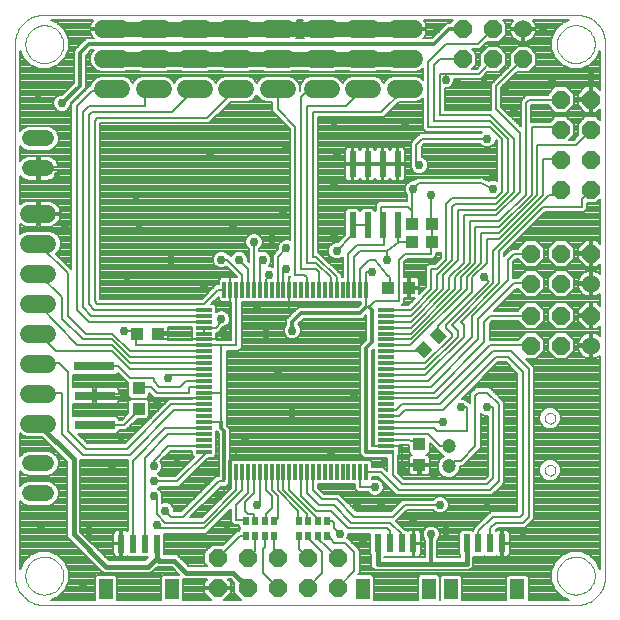
<source format=gbl>
G75*
G70*
%OFA0B0*%
%FSLAX24Y24*%
%IPPOS*%
%LPD*%
%AMOC8*
5,1,8,0,0,1.08239X$1,22.5*
%
%ADD10C,0.0000*%
%ADD11R,0.0551X0.0118*%
%ADD12R,0.0118X0.0551*%
%ADD13R,0.1339X0.0315*%
%ADD14R,0.0236X0.0610*%
%ADD15R,0.0472X0.0709*%
%ADD16R,0.0413X0.0425*%
%ADD17R,0.0425X0.0413*%
%ADD18C,0.0540*%
%ADD19R,0.0394X0.0433*%
%ADD20R,0.0433X0.0394*%
%ADD21R,0.0236X0.0866*%
%ADD22OC8,0.0600*%
%ADD23R,0.0197X0.0256*%
%ADD24C,0.0600*%
%ADD25C,0.0600*%
%ADD26C,0.0472*%
%ADD27C,0.0079*%
%ADD28C,0.0297*%
%ADD29C,0.0500*%
%ADD30C,0.0118*%
%ADD31C,0.0160*%
%ADD32C,0.0063*%
D10*
X001614Y000834D02*
X019330Y000834D01*
X018700Y001819D02*
X018702Y001869D01*
X018708Y001919D01*
X018718Y001968D01*
X018732Y002016D01*
X018749Y002063D01*
X018770Y002108D01*
X018795Y002152D01*
X018823Y002193D01*
X018855Y002232D01*
X018889Y002269D01*
X018926Y002303D01*
X018966Y002333D01*
X019008Y002360D01*
X019052Y002384D01*
X019098Y002405D01*
X019145Y002421D01*
X019193Y002434D01*
X019243Y002443D01*
X019292Y002448D01*
X019343Y002449D01*
X019393Y002446D01*
X019442Y002439D01*
X019491Y002428D01*
X019539Y002413D01*
X019585Y002395D01*
X019630Y002373D01*
X019673Y002347D01*
X019714Y002318D01*
X019753Y002286D01*
X019789Y002251D01*
X019821Y002213D01*
X019851Y002173D01*
X019878Y002130D01*
X019901Y002086D01*
X019920Y002040D01*
X019936Y001992D01*
X019948Y001943D01*
X019956Y001894D01*
X019960Y001844D01*
X019960Y001794D01*
X019956Y001744D01*
X019948Y001695D01*
X019936Y001646D01*
X019920Y001598D01*
X019901Y001552D01*
X019878Y001508D01*
X019851Y001465D01*
X019821Y001425D01*
X019789Y001387D01*
X019753Y001352D01*
X019714Y001320D01*
X019673Y001291D01*
X019630Y001265D01*
X019585Y001243D01*
X019539Y001225D01*
X019491Y001210D01*
X019442Y001199D01*
X019393Y001192D01*
X019343Y001189D01*
X019292Y001190D01*
X019243Y001195D01*
X019193Y001204D01*
X019145Y001217D01*
X019098Y001233D01*
X019052Y001254D01*
X019008Y001278D01*
X018966Y001305D01*
X018926Y001335D01*
X018889Y001369D01*
X018855Y001406D01*
X018823Y001445D01*
X018795Y001486D01*
X018770Y001530D01*
X018749Y001575D01*
X018732Y001622D01*
X018718Y001670D01*
X018708Y001719D01*
X018702Y001769D01*
X018700Y001819D01*
X019330Y000835D02*
X019392Y000837D01*
X019453Y000843D01*
X019514Y000852D01*
X019575Y000866D01*
X019634Y000883D01*
X019692Y000904D01*
X019749Y000929D01*
X019804Y000957D01*
X019857Y000988D01*
X019908Y001023D01*
X019957Y001061D01*
X020004Y001102D01*
X020047Y001145D01*
X020088Y001192D01*
X020126Y001241D01*
X020161Y001292D01*
X020192Y001345D01*
X020220Y001400D01*
X020245Y001457D01*
X020266Y001515D01*
X020283Y001574D01*
X020297Y001635D01*
X020306Y001696D01*
X020312Y001757D01*
X020314Y001819D01*
X020314Y019535D01*
X018700Y019535D02*
X018702Y019585D01*
X018708Y019635D01*
X018718Y019684D01*
X018732Y019732D01*
X018749Y019779D01*
X018770Y019824D01*
X018795Y019868D01*
X018823Y019909D01*
X018855Y019948D01*
X018889Y019985D01*
X018926Y020019D01*
X018966Y020049D01*
X019008Y020076D01*
X019052Y020100D01*
X019098Y020121D01*
X019145Y020137D01*
X019193Y020150D01*
X019243Y020159D01*
X019292Y020164D01*
X019343Y020165D01*
X019393Y020162D01*
X019442Y020155D01*
X019491Y020144D01*
X019539Y020129D01*
X019585Y020111D01*
X019630Y020089D01*
X019673Y020063D01*
X019714Y020034D01*
X019753Y020002D01*
X019789Y019967D01*
X019821Y019929D01*
X019851Y019889D01*
X019878Y019846D01*
X019901Y019802D01*
X019920Y019756D01*
X019936Y019708D01*
X019948Y019659D01*
X019956Y019610D01*
X019960Y019560D01*
X019960Y019510D01*
X019956Y019460D01*
X019948Y019411D01*
X019936Y019362D01*
X019920Y019314D01*
X019901Y019268D01*
X019878Y019224D01*
X019851Y019181D01*
X019821Y019141D01*
X019789Y019103D01*
X019753Y019068D01*
X019714Y019036D01*
X019673Y019007D01*
X019630Y018981D01*
X019585Y018959D01*
X019539Y018941D01*
X019491Y018926D01*
X019442Y018915D01*
X019393Y018908D01*
X019343Y018905D01*
X019292Y018906D01*
X019243Y018911D01*
X019193Y018920D01*
X019145Y018933D01*
X019098Y018949D01*
X019052Y018970D01*
X019008Y018994D01*
X018966Y019021D01*
X018926Y019051D01*
X018889Y019085D01*
X018855Y019122D01*
X018823Y019161D01*
X018795Y019202D01*
X018770Y019246D01*
X018749Y019291D01*
X018732Y019338D01*
X018718Y019386D01*
X018708Y019435D01*
X018702Y019485D01*
X018700Y019535D01*
X019330Y020519D02*
X019392Y020517D01*
X019453Y020511D01*
X019514Y020502D01*
X019575Y020488D01*
X019634Y020471D01*
X019692Y020450D01*
X019749Y020425D01*
X019804Y020397D01*
X019857Y020366D01*
X019908Y020331D01*
X019957Y020293D01*
X020004Y020252D01*
X020047Y020209D01*
X020088Y020162D01*
X020126Y020113D01*
X020161Y020062D01*
X020192Y020009D01*
X020220Y019954D01*
X020245Y019897D01*
X020266Y019839D01*
X020283Y019780D01*
X020297Y019719D01*
X020306Y019658D01*
X020312Y019597D01*
X020314Y019535D01*
X019330Y020519D02*
X001614Y020519D01*
X000984Y019535D02*
X000986Y019585D01*
X000992Y019635D01*
X001002Y019684D01*
X001016Y019732D01*
X001033Y019779D01*
X001054Y019824D01*
X001079Y019868D01*
X001107Y019909D01*
X001139Y019948D01*
X001173Y019985D01*
X001210Y020019D01*
X001250Y020049D01*
X001292Y020076D01*
X001336Y020100D01*
X001382Y020121D01*
X001429Y020137D01*
X001477Y020150D01*
X001527Y020159D01*
X001576Y020164D01*
X001627Y020165D01*
X001677Y020162D01*
X001726Y020155D01*
X001775Y020144D01*
X001823Y020129D01*
X001869Y020111D01*
X001914Y020089D01*
X001957Y020063D01*
X001998Y020034D01*
X002037Y020002D01*
X002073Y019967D01*
X002105Y019929D01*
X002135Y019889D01*
X002162Y019846D01*
X002185Y019802D01*
X002204Y019756D01*
X002220Y019708D01*
X002232Y019659D01*
X002240Y019610D01*
X002244Y019560D01*
X002244Y019510D01*
X002240Y019460D01*
X002232Y019411D01*
X002220Y019362D01*
X002204Y019314D01*
X002185Y019268D01*
X002162Y019224D01*
X002135Y019181D01*
X002105Y019141D01*
X002073Y019103D01*
X002037Y019068D01*
X001998Y019036D01*
X001957Y019007D01*
X001914Y018981D01*
X001869Y018959D01*
X001823Y018941D01*
X001775Y018926D01*
X001726Y018915D01*
X001677Y018908D01*
X001627Y018905D01*
X001576Y018906D01*
X001527Y018911D01*
X001477Y018920D01*
X001429Y018933D01*
X001382Y018949D01*
X001336Y018970D01*
X001292Y018994D01*
X001250Y019021D01*
X001210Y019051D01*
X001173Y019085D01*
X001139Y019122D01*
X001107Y019161D01*
X001079Y019202D01*
X001054Y019246D01*
X001033Y019291D01*
X001016Y019338D01*
X001002Y019386D01*
X000992Y019435D01*
X000986Y019485D01*
X000984Y019535D01*
X000629Y019535D02*
X000629Y001819D01*
X000984Y001819D02*
X000986Y001869D01*
X000992Y001919D01*
X001002Y001968D01*
X001016Y002016D01*
X001033Y002063D01*
X001054Y002108D01*
X001079Y002152D01*
X001107Y002193D01*
X001139Y002232D01*
X001173Y002269D01*
X001210Y002303D01*
X001250Y002333D01*
X001292Y002360D01*
X001336Y002384D01*
X001382Y002405D01*
X001429Y002421D01*
X001477Y002434D01*
X001527Y002443D01*
X001576Y002448D01*
X001627Y002449D01*
X001677Y002446D01*
X001726Y002439D01*
X001775Y002428D01*
X001823Y002413D01*
X001869Y002395D01*
X001914Y002373D01*
X001957Y002347D01*
X001998Y002318D01*
X002037Y002286D01*
X002073Y002251D01*
X002105Y002213D01*
X002135Y002173D01*
X002162Y002130D01*
X002185Y002086D01*
X002204Y002040D01*
X002220Y001992D01*
X002232Y001943D01*
X002240Y001894D01*
X002244Y001844D01*
X002244Y001794D01*
X002240Y001744D01*
X002232Y001695D01*
X002220Y001646D01*
X002204Y001598D01*
X002185Y001552D01*
X002162Y001508D01*
X002135Y001465D01*
X002105Y001425D01*
X002073Y001387D01*
X002037Y001352D01*
X001998Y001320D01*
X001957Y001291D01*
X001914Y001265D01*
X001869Y001243D01*
X001823Y001225D01*
X001775Y001210D01*
X001726Y001199D01*
X001677Y001192D01*
X001627Y001189D01*
X001576Y001190D01*
X001527Y001195D01*
X001477Y001204D01*
X001429Y001217D01*
X001382Y001233D01*
X001336Y001254D01*
X001292Y001278D01*
X001250Y001305D01*
X001210Y001335D01*
X001173Y001369D01*
X001139Y001406D01*
X001107Y001445D01*
X001079Y001486D01*
X001054Y001530D01*
X001033Y001575D01*
X001016Y001622D01*
X001002Y001670D01*
X000992Y001719D01*
X000986Y001769D01*
X000984Y001819D01*
X000630Y001819D02*
X000632Y001757D01*
X000638Y001696D01*
X000647Y001635D01*
X000661Y001574D01*
X000678Y001515D01*
X000699Y001457D01*
X000724Y001400D01*
X000752Y001345D01*
X000783Y001292D01*
X000818Y001241D01*
X000856Y001192D01*
X000897Y001145D01*
X000940Y001102D01*
X000987Y001061D01*
X001036Y001023D01*
X001087Y000988D01*
X001140Y000957D01*
X001195Y000929D01*
X001252Y000904D01*
X001310Y000883D01*
X001369Y000866D01*
X001430Y000852D01*
X001491Y000843D01*
X001552Y000837D01*
X001614Y000835D01*
X018299Y005334D02*
X018301Y005360D01*
X018307Y005386D01*
X018317Y005411D01*
X018330Y005434D01*
X018346Y005454D01*
X018366Y005472D01*
X018388Y005487D01*
X018411Y005499D01*
X018437Y005507D01*
X018463Y005511D01*
X018489Y005511D01*
X018515Y005507D01*
X018541Y005499D01*
X018565Y005487D01*
X018586Y005472D01*
X018606Y005454D01*
X018622Y005434D01*
X018635Y005411D01*
X018645Y005386D01*
X018651Y005360D01*
X018653Y005334D01*
X018651Y005308D01*
X018645Y005282D01*
X018635Y005257D01*
X018622Y005234D01*
X018606Y005214D01*
X018586Y005196D01*
X018564Y005181D01*
X018541Y005169D01*
X018515Y005161D01*
X018489Y005157D01*
X018463Y005157D01*
X018437Y005161D01*
X018411Y005169D01*
X018387Y005181D01*
X018366Y005196D01*
X018346Y005214D01*
X018330Y005234D01*
X018317Y005257D01*
X018307Y005282D01*
X018301Y005308D01*
X018299Y005334D01*
X018299Y007067D02*
X018301Y007093D01*
X018307Y007119D01*
X018317Y007144D01*
X018330Y007167D01*
X018346Y007187D01*
X018366Y007205D01*
X018388Y007220D01*
X018411Y007232D01*
X018437Y007240D01*
X018463Y007244D01*
X018489Y007244D01*
X018515Y007240D01*
X018541Y007232D01*
X018565Y007220D01*
X018586Y007205D01*
X018606Y007187D01*
X018622Y007167D01*
X018635Y007144D01*
X018645Y007119D01*
X018651Y007093D01*
X018653Y007067D01*
X018651Y007041D01*
X018645Y007015D01*
X018635Y006990D01*
X018622Y006967D01*
X018606Y006947D01*
X018586Y006929D01*
X018564Y006914D01*
X018541Y006902D01*
X018515Y006894D01*
X018489Y006890D01*
X018463Y006890D01*
X018437Y006894D01*
X018411Y006902D01*
X018387Y006914D01*
X018366Y006929D01*
X018346Y006947D01*
X018330Y006967D01*
X018317Y006990D01*
X018307Y007015D01*
X018301Y007041D01*
X018299Y007067D01*
X001614Y020519D02*
X001552Y020517D01*
X001491Y020511D01*
X001430Y020502D01*
X001369Y020488D01*
X001310Y020471D01*
X001252Y020450D01*
X001195Y020425D01*
X001140Y020397D01*
X001087Y020366D01*
X001036Y020331D01*
X000987Y020293D01*
X000940Y020252D01*
X000897Y020209D01*
X000856Y020162D01*
X000818Y020113D01*
X000783Y020062D01*
X000752Y020009D01*
X000724Y019954D01*
X000699Y019897D01*
X000678Y019839D01*
X000661Y019780D01*
X000647Y019719D01*
X000638Y019658D01*
X000632Y019597D01*
X000630Y019535D01*
D11*
X006940Y010679D03*
X006940Y010482D03*
X006940Y010285D03*
X006940Y010088D03*
X006940Y009891D03*
X006940Y009694D03*
X006940Y009498D03*
X006940Y009301D03*
X006940Y009104D03*
X006940Y008907D03*
X006940Y008710D03*
X006940Y008513D03*
X006940Y008316D03*
X006940Y008120D03*
X006940Y007923D03*
X006940Y007726D03*
X006940Y007529D03*
X006940Y007332D03*
X006940Y007135D03*
X006940Y006938D03*
X006940Y006742D03*
X006940Y006545D03*
X006940Y006348D03*
X006940Y006151D03*
X006940Y005954D03*
X013019Y005954D03*
X013019Y006151D03*
X013019Y006348D03*
X013019Y006545D03*
X013019Y006742D03*
X013019Y006938D03*
X013019Y007135D03*
X013019Y007332D03*
X013019Y007529D03*
X013019Y007726D03*
X013019Y007923D03*
X013019Y008120D03*
X013019Y008316D03*
X013019Y008513D03*
X013019Y008710D03*
X013019Y008907D03*
X013019Y009104D03*
X013019Y009301D03*
X013019Y009498D03*
X013019Y009694D03*
X013019Y009891D03*
X013019Y010088D03*
X013019Y010285D03*
X013019Y010482D03*
X013019Y010679D03*
D12*
X012341Y011356D03*
X012144Y011356D03*
X011948Y011356D03*
X011751Y011356D03*
X011554Y011356D03*
X011357Y011356D03*
X011160Y011356D03*
X010963Y011356D03*
X010767Y011356D03*
X010570Y011356D03*
X010373Y011356D03*
X010176Y011356D03*
X009979Y011356D03*
X009782Y011356D03*
X009585Y011356D03*
X009389Y011356D03*
X009192Y011356D03*
X008995Y011356D03*
X008798Y011356D03*
X008601Y011356D03*
X008404Y011356D03*
X008207Y011356D03*
X008011Y011356D03*
X007814Y011356D03*
X007617Y011356D03*
X007617Y005277D03*
X007814Y005277D03*
X008011Y005277D03*
X008207Y005277D03*
X008404Y005277D03*
X008601Y005277D03*
X008798Y005277D03*
X008995Y005277D03*
X009192Y005277D03*
X009389Y005277D03*
X009585Y005277D03*
X009782Y005277D03*
X009979Y005277D03*
X010176Y005277D03*
X010373Y005277D03*
X010570Y005277D03*
X010767Y005277D03*
X010963Y005277D03*
X011160Y005277D03*
X011357Y005277D03*
X011554Y005277D03*
X011751Y005277D03*
X011948Y005277D03*
X012144Y005277D03*
X012341Y005277D03*
D13*
X003291Y006843D03*
X003287Y007823D03*
X003283Y008806D03*
D14*
X004173Y002891D03*
X004567Y002891D03*
X004960Y002891D03*
X005354Y002891D03*
X012735Y002892D03*
X013129Y002892D03*
X013523Y002892D03*
X013917Y002892D03*
X015691Y002892D03*
X016085Y002892D03*
X016478Y002892D03*
X016872Y002892D03*
D15*
X017384Y001366D03*
X015179Y001366D03*
X014428Y001367D03*
X012224Y001367D03*
X005866Y001366D03*
X003661Y001366D03*
D16*
X004714Y009888D03*
X005403Y009888D03*
X013084Y011417D03*
X013773Y011417D03*
D17*
X014115Y006197D03*
X014115Y005508D03*
D18*
X001682Y005564D02*
X001142Y005564D01*
X001142Y004564D02*
X001682Y004564D01*
X001685Y015395D02*
X001145Y015395D01*
X001145Y016395D02*
X001685Y016395D01*
D19*
X013878Y013532D03*
X013877Y012941D03*
X014546Y012941D03*
X014547Y013532D03*
G36*
X014451Y009843D02*
X014730Y010122D01*
X015035Y009817D01*
X014756Y009538D01*
X014451Y009843D01*
G37*
G36*
X013978Y009370D02*
X014257Y009649D01*
X014562Y009344D01*
X014283Y009065D01*
X013978Y009370D01*
G37*
D20*
X004763Y008059D03*
X004763Y007389D03*
D21*
X011887Y013492D03*
X012387Y013492D03*
X012887Y013492D03*
X013387Y013492D03*
X013387Y015539D03*
X012887Y015539D03*
X012387Y015539D03*
X011887Y015539D03*
D22*
X015574Y019035D03*
X015574Y020035D03*
X016574Y020035D03*
X016574Y019035D03*
X017574Y019035D03*
X018830Y017689D03*
X019830Y017689D03*
X019830Y016689D03*
X019830Y015689D03*
X018830Y015689D03*
X018830Y016689D03*
X018830Y014689D03*
X019830Y014689D03*
X019838Y012555D03*
X018838Y012555D03*
X017838Y012555D03*
X017838Y011555D03*
X018838Y011555D03*
X018838Y010488D03*
X018838Y009488D03*
X017838Y009488D03*
X017838Y010488D03*
X019838Y010488D03*
X011390Y002417D03*
X010390Y002417D03*
X009390Y002417D03*
X008390Y002417D03*
X007390Y002417D03*
X007390Y001417D03*
X008390Y001417D03*
X009390Y001417D03*
X010390Y001417D03*
X011390Y001417D03*
D23*
X011042Y003147D03*
X010727Y003147D03*
X010412Y003147D03*
X010097Y003147D03*
X010097Y003639D03*
X010412Y003639D03*
X010727Y003639D03*
X011042Y003639D03*
X009271Y003640D03*
X008956Y003640D03*
X008641Y003640D03*
X008326Y003640D03*
X008326Y003147D03*
X008641Y003147D03*
X008956Y003147D03*
X009271Y003147D03*
D24*
X001717Y006881D02*
X001117Y006881D01*
X001117Y007881D02*
X001717Y007881D01*
X001717Y008881D02*
X001117Y008881D01*
X001117Y009881D02*
X001717Y009881D01*
X001717Y010881D02*
X001117Y010881D01*
X001117Y011881D02*
X001717Y011881D01*
X001717Y012881D02*
X001117Y012881D01*
X001117Y013881D02*
X001717Y013881D01*
X003577Y018042D02*
X004177Y018042D01*
X004955Y018043D02*
X005555Y018043D01*
X006333Y018044D02*
X006933Y018044D01*
X007711Y018043D02*
X008311Y018043D01*
X009088Y018043D02*
X009688Y018043D01*
X010566Y018043D02*
X011166Y018043D01*
X011943Y018043D02*
X012543Y018043D01*
X013322Y018043D02*
X013922Y018043D01*
X013922Y019043D02*
X013322Y019043D01*
X012543Y019043D02*
X011943Y019043D01*
X011166Y019043D02*
X010566Y019043D01*
X009688Y019043D02*
X009088Y019043D01*
X008311Y019043D02*
X007711Y019043D01*
X006933Y019044D02*
X006333Y019044D01*
X005555Y019043D02*
X004955Y019043D01*
X004177Y019042D02*
X003577Y019042D01*
X003577Y020042D02*
X004177Y020042D01*
X004955Y020043D02*
X005555Y020043D01*
X006333Y020044D02*
X006933Y020044D01*
X007711Y020043D02*
X008311Y020043D01*
X009088Y020043D02*
X009688Y020043D01*
X010566Y020043D02*
X011166Y020043D01*
X011943Y020043D02*
X012543Y020043D01*
X013322Y020043D02*
X013922Y020043D01*
D25*
X017574Y020035D03*
X019838Y011555D03*
X019838Y009488D03*
D26*
X015098Y006149D03*
X015098Y005460D03*
D27*
X015295Y005657D01*
X015491Y005657D01*
X015984Y006149D01*
X015984Y007822D01*
X016082Y007921D01*
X016377Y007921D01*
X016771Y007527D01*
X016771Y004968D01*
X016476Y004673D01*
X013425Y004673D01*
X012820Y005277D01*
X012341Y005277D01*
X012538Y005100D02*
X012747Y005100D01*
X013247Y004599D01*
X013351Y004496D01*
X016549Y004496D01*
X016844Y004791D01*
X016948Y004895D01*
X016948Y007601D01*
X016554Y007994D01*
X016451Y008098D01*
X016009Y008098D01*
X015910Y008000D01*
X015806Y007896D01*
X015806Y007561D01*
X015762Y007606D01*
X015720Y007606D01*
X015654Y007672D01*
X015548Y007715D01*
X015536Y007715D01*
X016746Y008925D01*
X016993Y008925D01*
X017381Y008536D01*
X017381Y003964D01*
X016501Y003964D01*
X016397Y003860D01*
X016009Y003472D01*
X016009Y003472D01*
X015905Y003368D01*
X015905Y003330D01*
X015888Y003313D01*
X015866Y003335D01*
X015516Y003335D01*
X015435Y003254D01*
X015435Y002530D01*
X015473Y002492D01*
X015473Y002430D01*
X014704Y002430D01*
X014704Y002988D01*
X014750Y003034D01*
X014794Y003139D01*
X014794Y003253D01*
X014750Y003359D01*
X014670Y003439D01*
X014564Y003483D01*
X014450Y003483D01*
X014345Y003439D01*
X014264Y003359D01*
X014221Y003253D01*
X014221Y003139D01*
X014264Y003034D01*
X014310Y002988D01*
X014310Y002430D01*
X012953Y002430D01*
X012953Y002450D01*
X012954Y002449D01*
X013304Y002449D01*
X013326Y002471D01*
X013348Y002449D01*
X013698Y002449D01*
X013720Y002471D01*
X013745Y002457D01*
X013780Y002448D01*
X013897Y002448D01*
X013897Y002873D01*
X013936Y002873D01*
X013936Y002912D01*
X013897Y002912D01*
X013897Y003337D01*
X013780Y003337D01*
X013745Y003327D01*
X013720Y003313D01*
X013698Y003335D01*
X013635Y003335D01*
X013596Y003374D01*
X013331Y003639D01*
X013405Y003714D01*
X013695Y004004D01*
X014574Y004004D01*
X014640Y003938D01*
X014745Y003894D01*
X014859Y003894D01*
X014965Y003938D01*
X015045Y004018D01*
X015089Y004124D01*
X015089Y004238D01*
X015045Y004343D01*
X014965Y004424D01*
X014859Y004467D01*
X014745Y004467D01*
X014640Y004424D01*
X014574Y004358D01*
X013548Y004358D01*
X013154Y003964D01*
X012022Y003964D01*
X011535Y004451D01*
X011431Y004555D01*
X010939Y004555D01*
X010747Y004746D01*
X010747Y004864D01*
X011975Y004864D01*
X011975Y004702D01*
X011976Y004701D01*
X012075Y004602D01*
X012401Y004602D01*
X012475Y004528D01*
X012580Y004485D01*
X012694Y004485D01*
X012799Y004528D01*
X012880Y004609D01*
X012924Y004714D01*
X012924Y004828D01*
X012880Y004934D01*
X012799Y005014D01*
X012694Y005058D01*
X012580Y005058D01*
X012538Y005040D01*
X012538Y005100D01*
X012538Y005082D02*
X012764Y005082D01*
X012808Y005005D02*
X012842Y005005D01*
X012882Y004928D02*
X012919Y004928D01*
X012914Y004851D02*
X012996Y004851D01*
X012924Y004774D02*
X013073Y004774D01*
X013151Y004696D02*
X012916Y004696D01*
X012884Y004619D02*
X013228Y004619D01*
X013305Y004542D02*
X012813Y004542D01*
X012461Y004542D02*
X011444Y004542D01*
X011521Y004465D02*
X014739Y004465D01*
X014866Y004465D02*
X017381Y004465D01*
X017381Y004542D02*
X016595Y004542D01*
X016672Y004619D02*
X017381Y004619D01*
X017381Y004696D02*
X016750Y004696D01*
X016827Y004774D02*
X017381Y004774D01*
X017381Y004851D02*
X016904Y004851D01*
X016948Y004928D02*
X017381Y004928D01*
X017381Y005005D02*
X016948Y005005D01*
X016948Y005082D02*
X017381Y005082D01*
X017381Y005160D02*
X016948Y005160D01*
X016948Y005237D02*
X017381Y005237D01*
X017381Y005314D02*
X016948Y005314D01*
X016948Y005391D02*
X017381Y005391D01*
X017381Y005469D02*
X016948Y005469D01*
X016948Y005546D02*
X017381Y005546D01*
X017381Y005623D02*
X016948Y005623D01*
X016948Y005700D02*
X017381Y005700D01*
X017381Y005778D02*
X016948Y005778D01*
X016948Y005855D02*
X017381Y005855D01*
X017381Y005932D02*
X016948Y005932D01*
X016948Y006009D02*
X017381Y006009D01*
X017381Y006087D02*
X016948Y006087D01*
X016948Y006164D02*
X017381Y006164D01*
X017381Y006241D02*
X016948Y006241D01*
X016948Y006318D02*
X017381Y006318D01*
X017381Y006396D02*
X016948Y006396D01*
X016948Y006473D02*
X017381Y006473D01*
X017381Y006550D02*
X016948Y006550D01*
X016948Y006627D02*
X017381Y006627D01*
X017381Y006705D02*
X016948Y006705D01*
X016948Y006782D02*
X017381Y006782D01*
X017381Y006859D02*
X016948Y006859D01*
X016948Y006936D02*
X017381Y006936D01*
X017381Y007013D02*
X016948Y007013D01*
X016948Y007091D02*
X017381Y007091D01*
X017381Y007168D02*
X016948Y007168D01*
X016948Y007245D02*
X017381Y007245D01*
X017381Y007322D02*
X016948Y007322D01*
X016948Y007400D02*
X017381Y007400D01*
X017381Y007477D02*
X016948Y007477D01*
X016948Y007554D02*
X017381Y007554D01*
X017381Y007631D02*
X016917Y007631D01*
X016840Y007709D02*
X017381Y007709D01*
X017381Y007786D02*
X016763Y007786D01*
X016686Y007863D02*
X017381Y007863D01*
X017381Y007940D02*
X016608Y007940D01*
X016531Y008018D02*
X017381Y008018D01*
X017381Y008095D02*
X016454Y008095D01*
X016148Y008327D02*
X017381Y008327D01*
X017381Y008404D02*
X016225Y008404D01*
X016302Y008481D02*
X017381Y008481D01*
X017359Y008558D02*
X016379Y008558D01*
X016457Y008636D02*
X017282Y008636D01*
X017205Y008713D02*
X016534Y008713D01*
X016611Y008790D02*
X017128Y008790D01*
X017050Y008867D02*
X016688Y008867D01*
X016673Y009102D02*
X017066Y009102D01*
X017558Y008610D01*
X017558Y003885D01*
X017460Y003787D01*
X016574Y003787D01*
X016082Y003295D01*
X016082Y002894D01*
X016085Y002892D01*
X016476Y002894D02*
X016476Y003393D01*
X016673Y003590D01*
X017558Y003590D01*
X017755Y003787D01*
X017755Y008708D01*
X017165Y009299D01*
X016574Y009299D01*
X014802Y007527D01*
X013523Y007527D01*
X013328Y007332D01*
X013019Y007332D01*
X013019Y007135D02*
X013426Y007135D01*
X013621Y007330D01*
X014901Y007330D01*
X016673Y009102D01*
X016476Y009496D02*
X017830Y009496D01*
X017838Y009488D01*
X017525Y009794D02*
X016456Y009794D01*
X016456Y009717D02*
X017448Y009717D01*
X017404Y009673D02*
X017657Y009926D01*
X018019Y009926D01*
X018276Y009669D01*
X018276Y009306D01*
X018019Y009050D01*
X017664Y009050D01*
X017829Y008885D01*
X017932Y008782D01*
X017932Y003714D01*
X017736Y003517D01*
X017632Y003413D01*
X016746Y003413D01*
X016661Y003328D01*
X016676Y003313D01*
X016700Y003327D01*
X016735Y003336D01*
X016852Y003336D01*
X016852Y002912D01*
X016892Y002912D01*
X016892Y003336D01*
X017008Y003336D01*
X017044Y003327D01*
X017076Y003309D01*
X017102Y003283D01*
X017120Y003251D01*
X017129Y003215D01*
X017129Y002912D01*
X016892Y002912D01*
X016892Y002872D01*
X017129Y002872D01*
X017129Y002568D01*
X017120Y002533D01*
X017102Y002501D01*
X017076Y002475D01*
X017044Y002457D01*
X017008Y002447D01*
X016892Y002447D01*
X016892Y002872D01*
X016852Y002872D01*
X016852Y002447D01*
X016735Y002447D01*
X016700Y002457D01*
X016676Y002471D01*
X016653Y002449D01*
X016303Y002449D01*
X016281Y002471D01*
X016260Y002449D01*
X015909Y002449D01*
X015909Y002450D01*
X015909Y002125D01*
X015906Y002122D01*
X015779Y001994D01*
X012645Y001994D01*
X012518Y002122D01*
X012518Y002492D01*
X012480Y002530D01*
X012480Y003216D01*
X011743Y003216D01*
X011743Y003139D01*
X011717Y003078D01*
X011726Y003078D01*
X012022Y002783D01*
X012125Y002679D01*
X012125Y001902D01*
X012082Y001859D01*
X012517Y001859D01*
X012598Y001778D01*
X012598Y001024D01*
X014054Y001024D01*
X014054Y001778D01*
X014135Y001859D01*
X014722Y001859D01*
X014802Y001778D01*
X014802Y001024D01*
X014805Y001024D01*
X014805Y001778D01*
X014886Y001858D01*
X015472Y001858D01*
X015553Y001778D01*
X015553Y001024D01*
X017010Y001024D01*
X017010Y001778D01*
X017090Y001858D01*
X017677Y001858D01*
X017758Y001778D01*
X017758Y001024D01*
X019108Y001024D01*
X018866Y001124D01*
X018635Y001354D01*
X018511Y001656D01*
X018511Y001981D01*
X018635Y002283D01*
X018866Y002513D01*
X019167Y002638D01*
X019493Y002638D01*
X019794Y002513D01*
X020025Y002283D01*
X020125Y002040D01*
X020125Y009153D01*
X020124Y009153D01*
X020068Y009112D01*
X020007Y009081D01*
X019941Y009059D01*
X019877Y009049D01*
X019877Y009448D01*
X019799Y009448D01*
X019799Y009049D01*
X019735Y009059D01*
X019669Y009081D01*
X019608Y009112D01*
X019552Y009153D01*
X019503Y009202D01*
X019462Y009258D01*
X019431Y009319D01*
X019409Y009385D01*
X019399Y009448D01*
X019799Y009448D01*
X019799Y009527D01*
X019799Y009926D01*
X019735Y009916D01*
X019669Y009895D01*
X019608Y009864D01*
X019552Y009823D01*
X019503Y009774D01*
X019462Y009718D01*
X019431Y009656D01*
X019409Y009591D01*
X019399Y009527D01*
X019799Y009527D01*
X019877Y009527D01*
X019877Y009926D01*
X019941Y009916D01*
X020007Y009895D01*
X020068Y009864D01*
X020124Y009823D01*
X020125Y009822D01*
X020125Y010153D01*
X020020Y010048D01*
X019877Y010048D01*
X019877Y010448D01*
X019799Y010448D01*
X019799Y010048D01*
X019656Y010048D01*
X019399Y010306D01*
X019399Y010448D01*
X019799Y010448D01*
X019799Y010527D01*
X019799Y010927D01*
X019656Y010927D01*
X019399Y010670D01*
X019399Y010527D01*
X019799Y010527D01*
X019877Y010527D01*
X019877Y010927D01*
X020020Y010927D01*
X020125Y010822D01*
X020125Y011220D01*
X020124Y011220D01*
X020068Y011179D01*
X020007Y011148D01*
X019941Y011126D01*
X019877Y011116D01*
X019877Y011515D01*
X019799Y011515D01*
X019799Y011116D01*
X019735Y011126D01*
X019669Y011148D01*
X019608Y011179D01*
X019552Y011220D01*
X019503Y011268D01*
X019462Y011324D01*
X019431Y011386D01*
X019409Y011452D01*
X019399Y011515D01*
X019799Y011515D01*
X019799Y011594D01*
X019799Y011993D01*
X019735Y011983D01*
X019669Y011962D01*
X019608Y011931D01*
X019552Y011890D01*
X019503Y011841D01*
X019462Y011785D01*
X019431Y011723D01*
X019409Y011658D01*
X019399Y011594D01*
X019799Y011594D01*
X019877Y011594D01*
X019877Y011993D01*
X019941Y011983D01*
X020007Y011962D01*
X020068Y011931D01*
X020124Y011890D01*
X020125Y011889D01*
X020125Y012220D01*
X020020Y012115D01*
X019877Y012115D01*
X019877Y012515D01*
X019799Y012515D01*
X019799Y012115D01*
X019656Y012115D01*
X019399Y012373D01*
X019399Y012515D01*
X019799Y012515D01*
X019799Y012594D01*
X019799Y012994D01*
X019656Y012994D01*
X019399Y012737D01*
X019399Y012594D01*
X019799Y012594D01*
X019877Y012594D01*
X019877Y012994D01*
X020020Y012994D01*
X020125Y012889D01*
X020125Y014364D01*
X020011Y014251D01*
X019696Y014251D01*
X019696Y014052D01*
X019597Y013952D01*
X018317Y013952D01*
X016940Y012575D01*
X016940Y012475D01*
X017086Y012620D01*
X017190Y012724D01*
X017400Y012724D01*
X017400Y012736D01*
X017657Y012993D01*
X018019Y012993D01*
X018276Y012736D01*
X018276Y012373D01*
X018019Y012117D01*
X017657Y012117D01*
X017404Y012370D01*
X017337Y012370D01*
X017243Y012277D01*
X017243Y011740D01*
X017404Y011740D01*
X017657Y011993D01*
X018019Y011993D01*
X018276Y011736D01*
X018276Y011373D01*
X018019Y011117D01*
X017657Y011117D01*
X017400Y011373D01*
X017400Y011385D01*
X017337Y011385D01*
X016608Y010657D01*
X017400Y010657D01*
X017400Y010669D01*
X017657Y010926D01*
X018019Y010926D01*
X018276Y010669D01*
X018276Y010306D01*
X018019Y010050D01*
X017657Y010050D01*
X017404Y010303D01*
X016549Y010303D01*
X016456Y010210D01*
X016456Y009673D01*
X017404Y009673D01*
X017602Y009871D02*
X016456Y009871D01*
X016456Y009949D02*
X020125Y009949D01*
X020125Y010026D02*
X016456Y010026D01*
X016456Y010103D02*
X017603Y010103D01*
X017526Y010180D02*
X016456Y010180D01*
X016504Y010258D02*
X017449Y010258D01*
X017830Y010480D02*
X017838Y010488D01*
X017830Y010480D02*
X016476Y010480D01*
X016279Y010283D01*
X016279Y009594D01*
X014608Y007923D01*
X013019Y007923D01*
X013019Y008120D02*
X014505Y008120D01*
X014507Y008118D01*
X016082Y009693D01*
X016082Y010381D01*
X017263Y011563D01*
X017830Y011563D01*
X017838Y011555D01*
X017512Y011262D02*
X017213Y011262D01*
X017290Y011339D02*
X017435Y011339D01*
X017589Y011184D02*
X017136Y011184D01*
X017058Y011107D02*
X020125Y011107D01*
X020125Y011030D02*
X016981Y011030D01*
X016904Y010953D02*
X020125Y010953D01*
X020125Y010876D02*
X020072Y010876D01*
X019877Y010876D02*
X019799Y010876D01*
X019799Y010798D02*
X019877Y010798D01*
X019877Y010721D02*
X019799Y010721D01*
X019799Y010644D02*
X019877Y010644D01*
X019877Y010567D02*
X019799Y010567D01*
X019799Y010489D02*
X019276Y010489D01*
X019276Y010412D02*
X019399Y010412D01*
X019399Y010335D02*
X019276Y010335D01*
X019276Y010306D02*
X019019Y010050D01*
X018657Y010050D01*
X018400Y010306D01*
X018400Y010669D01*
X018657Y010926D01*
X019019Y010926D01*
X019276Y010669D01*
X019276Y010306D01*
X019227Y010258D02*
X019447Y010258D01*
X019524Y010180D02*
X019150Y010180D01*
X019072Y010103D02*
X019601Y010103D01*
X019799Y010103D02*
X019877Y010103D01*
X019877Y010180D02*
X019799Y010180D01*
X019799Y010258D02*
X019877Y010258D01*
X019877Y010335D02*
X019799Y010335D01*
X019799Y010412D02*
X019877Y010412D01*
X020075Y010103D02*
X020125Y010103D01*
X020125Y009871D02*
X020053Y009871D01*
X019877Y009871D02*
X019799Y009871D01*
X019799Y009794D02*
X019877Y009794D01*
X019877Y009717D02*
X019799Y009717D01*
X019799Y009640D02*
X019877Y009640D01*
X019877Y009562D02*
X019799Y009562D01*
X019799Y009485D02*
X019276Y009485D01*
X019276Y009408D02*
X019406Y009408D01*
X019427Y009331D02*
X019276Y009331D01*
X019276Y009306D02*
X019019Y009050D01*
X018657Y009050D01*
X018400Y009306D01*
X018400Y009669D01*
X018657Y009926D01*
X019019Y009926D01*
X019276Y009669D01*
X019276Y009306D01*
X019223Y009253D02*
X019465Y009253D01*
X019528Y009176D02*
X019145Y009176D01*
X019068Y009099D02*
X019633Y009099D01*
X019799Y009099D02*
X019877Y009099D01*
X019877Y009176D02*
X019799Y009176D01*
X019799Y009253D02*
X019877Y009253D01*
X019877Y009331D02*
X019799Y009331D01*
X019799Y009408D02*
X019877Y009408D01*
X020043Y009099D02*
X020125Y009099D01*
X020125Y009022D02*
X017692Y009022D01*
X017770Y008944D02*
X020125Y008944D01*
X020125Y008867D02*
X017847Y008867D01*
X017924Y008790D02*
X020125Y008790D01*
X020125Y008713D02*
X017932Y008713D01*
X017932Y008636D02*
X020125Y008636D01*
X020125Y008558D02*
X017932Y008558D01*
X017932Y008481D02*
X020125Y008481D01*
X020125Y008404D02*
X017932Y008404D01*
X017932Y008327D02*
X020125Y008327D01*
X020125Y008249D02*
X017932Y008249D01*
X017932Y008172D02*
X020125Y008172D01*
X020125Y008095D02*
X017932Y008095D01*
X017932Y008018D02*
X020125Y008018D01*
X020125Y007940D02*
X017932Y007940D01*
X017932Y007863D02*
X020125Y007863D01*
X020125Y007786D02*
X017932Y007786D01*
X017932Y007709D02*
X020125Y007709D01*
X020125Y007631D02*
X017932Y007631D01*
X017932Y007554D02*
X020125Y007554D01*
X020125Y007477D02*
X017932Y007477D01*
X017932Y007400D02*
X018322Y007400D01*
X018268Y007377D02*
X018403Y007433D01*
X018549Y007433D01*
X018683Y007377D01*
X018786Y007274D01*
X018842Y007139D01*
X018842Y006994D01*
X018786Y006859D01*
X018683Y006756D01*
X018549Y006700D01*
X018403Y006700D01*
X018268Y006756D01*
X018165Y006859D01*
X017932Y006859D01*
X017932Y006782D02*
X018242Y006782D01*
X018165Y006859D02*
X018109Y006994D01*
X018109Y007139D01*
X018165Y007274D01*
X018268Y007377D01*
X018213Y007322D02*
X017932Y007322D01*
X017932Y007245D02*
X018153Y007245D01*
X018121Y007168D02*
X017932Y007168D01*
X017932Y007091D02*
X018109Y007091D01*
X018109Y007013D02*
X017932Y007013D01*
X017932Y006936D02*
X018133Y006936D01*
X017932Y006705D02*
X018392Y006705D01*
X018560Y006705D02*
X020125Y006705D01*
X020125Y006782D02*
X018709Y006782D01*
X018786Y006859D02*
X020125Y006859D01*
X020125Y006936D02*
X018818Y006936D01*
X018842Y007013D02*
X020125Y007013D01*
X020125Y007091D02*
X018842Y007091D01*
X018830Y007168D02*
X020125Y007168D01*
X020125Y007245D02*
X018798Y007245D01*
X018738Y007322D02*
X020125Y007322D01*
X020125Y007400D02*
X018629Y007400D01*
X017932Y006627D02*
X020125Y006627D01*
X020125Y006550D02*
X017932Y006550D01*
X017932Y006473D02*
X020125Y006473D01*
X020125Y006396D02*
X017932Y006396D01*
X017932Y006318D02*
X020125Y006318D01*
X020125Y006241D02*
X017932Y006241D01*
X017932Y006164D02*
X020125Y006164D01*
X020125Y006087D02*
X017932Y006087D01*
X017932Y006009D02*
X020125Y006009D01*
X020125Y005932D02*
X017932Y005932D01*
X017932Y005855D02*
X020125Y005855D01*
X020125Y005778D02*
X017932Y005778D01*
X017932Y005700D02*
X018402Y005700D01*
X018403Y005701D02*
X018268Y005645D01*
X018165Y005542D01*
X018109Y005407D01*
X018109Y005261D01*
X018165Y005127D01*
X018268Y005024D01*
X018403Y004968D01*
X018549Y004968D01*
X018683Y005024D01*
X018786Y005127D01*
X018842Y005261D01*
X018842Y005407D01*
X018786Y005542D01*
X018683Y005645D01*
X018549Y005701D01*
X018403Y005701D01*
X018550Y005700D02*
X020125Y005700D01*
X020125Y005623D02*
X018705Y005623D01*
X018782Y005546D02*
X020125Y005546D01*
X020125Y005469D02*
X018817Y005469D01*
X018842Y005391D02*
X020125Y005391D01*
X020125Y005314D02*
X018842Y005314D01*
X018832Y005237D02*
X020125Y005237D01*
X020125Y005160D02*
X018800Y005160D01*
X018742Y005082D02*
X020125Y005082D01*
X020125Y005005D02*
X018639Y005005D01*
X018312Y005005D02*
X017932Y005005D01*
X017932Y004928D02*
X020125Y004928D01*
X020125Y004851D02*
X017932Y004851D01*
X017932Y004774D02*
X020125Y004774D01*
X020125Y004696D02*
X017932Y004696D01*
X017932Y004619D02*
X020125Y004619D01*
X020125Y004542D02*
X017932Y004542D01*
X017932Y004465D02*
X020125Y004465D01*
X020125Y004387D02*
X017932Y004387D01*
X017932Y004310D02*
X020125Y004310D01*
X020125Y004233D02*
X017932Y004233D01*
X017932Y004156D02*
X020125Y004156D01*
X020125Y004078D02*
X017932Y004078D01*
X017932Y004001D02*
X020125Y004001D01*
X020125Y003924D02*
X017932Y003924D01*
X017932Y003847D02*
X020125Y003847D01*
X020125Y003769D02*
X017932Y003769D01*
X017911Y003692D02*
X020125Y003692D01*
X020125Y003615D02*
X017834Y003615D01*
X017756Y003538D02*
X020125Y003538D01*
X020125Y003460D02*
X017679Y003460D01*
X017381Y004001D02*
X015028Y004001D01*
X015070Y004078D02*
X017381Y004078D01*
X017381Y004156D02*
X015089Y004156D01*
X015089Y004233D02*
X017381Y004233D01*
X017381Y004310D02*
X015059Y004310D01*
X015001Y004387D02*
X017381Y004387D01*
X017932Y005082D02*
X018209Y005082D01*
X018151Y005160D02*
X017932Y005160D01*
X017932Y005237D02*
X018119Y005237D01*
X018109Y005314D02*
X017932Y005314D01*
X017932Y005391D02*
X018109Y005391D01*
X018135Y005469D02*
X017932Y005469D01*
X017932Y005546D02*
X018169Y005546D01*
X018246Y005623D02*
X017932Y005623D01*
X016574Y005067D02*
X016377Y004870D01*
X013523Y004870D01*
X013228Y005165D01*
X013228Y005854D01*
X013226Y005954D01*
X013019Y005954D01*
X013019Y006151D02*
X013019Y006151D01*
X013351Y006151D01*
X013019Y006151D01*
X013423Y006151D01*
X013523Y006149D01*
X013523Y005510D01*
X014115Y005508D01*
X014076Y005546D02*
X013405Y005546D01*
X013405Y005623D02*
X013763Y005623D01*
X013763Y005548D02*
X013763Y005733D01*
X013773Y005769D01*
X013791Y005801D01*
X013817Y005826D01*
X013849Y005845D01*
X013878Y005853D01*
X013845Y005853D01*
X013765Y005933D01*
X013765Y006156D01*
X013731Y006171D01*
X013433Y006171D01*
X013433Y006151D01*
X013351Y006151D01*
X013351Y006151D01*
X013351Y006151D01*
X013433Y006151D01*
X013433Y006074D01*
X013432Y006068D01*
X013432Y005838D01*
X013406Y005812D01*
X013406Y005784D01*
X013405Y005782D01*
X013405Y005238D01*
X013596Y005047D01*
X016304Y005047D01*
X016397Y005140D01*
X016397Y007142D01*
X016320Y007142D01*
X016215Y007186D01*
X016161Y007240D01*
X016161Y006076D01*
X015669Y005584D01*
X015565Y005480D01*
X015472Y005480D01*
X015472Y005386D01*
X015415Y005248D01*
X015310Y005143D01*
X015172Y005086D01*
X015023Y005086D01*
X014886Y005143D01*
X014781Y005248D01*
X014724Y005386D01*
X014724Y005535D01*
X014781Y005672D01*
X014886Y005777D01*
X014952Y005805D01*
X014886Y005832D01*
X014781Y005937D01*
X014766Y005972D01*
X014729Y005972D01*
X014625Y006076D01*
X014466Y006236D01*
X014466Y005933D01*
X014385Y005853D01*
X014352Y005853D01*
X014382Y005845D01*
X014413Y005826D01*
X014439Y005801D01*
X014458Y005769D01*
X014467Y005733D01*
X014467Y005548D01*
X014155Y005548D01*
X014155Y005469D01*
X014467Y005469D01*
X014467Y005283D01*
X014458Y005248D01*
X014439Y005216D01*
X014413Y005190D01*
X014382Y005172D01*
X014346Y005162D01*
X014155Y005162D01*
X014155Y005469D01*
X014076Y005469D01*
X014076Y005162D01*
X013884Y005162D01*
X013849Y005172D01*
X013817Y005190D01*
X013791Y005216D01*
X013773Y005248D01*
X013763Y005283D01*
X013763Y005469D01*
X014076Y005469D01*
X014076Y005548D01*
X013763Y005548D01*
X013763Y005469D02*
X013405Y005469D01*
X013405Y005391D02*
X013763Y005391D01*
X013763Y005314D02*
X013405Y005314D01*
X013406Y005237D02*
X013779Y005237D01*
X013561Y005082D02*
X016340Y005082D01*
X016397Y005160D02*
X015326Y005160D01*
X015403Y005237D02*
X016397Y005237D01*
X016397Y005314D02*
X015442Y005314D01*
X015472Y005391D02*
X016397Y005391D01*
X016397Y005469D02*
X015472Y005469D01*
X015631Y005546D02*
X016397Y005546D01*
X016397Y005623D02*
X015708Y005623D01*
X015785Y005700D02*
X016397Y005700D01*
X016397Y005778D02*
X015863Y005778D01*
X015940Y005855D02*
X016397Y005855D01*
X016397Y005932D02*
X016017Y005932D01*
X016094Y006009D02*
X016397Y006009D01*
X016397Y006087D02*
X016161Y006087D01*
X016161Y006164D02*
X016397Y006164D01*
X016397Y006241D02*
X016161Y006241D01*
X016161Y006318D02*
X016397Y006318D01*
X016397Y006396D02*
X016161Y006396D01*
X016161Y006473D02*
X016397Y006473D01*
X016397Y006550D02*
X016161Y006550D01*
X016161Y006627D02*
X016397Y006627D01*
X016397Y006705D02*
X016161Y006705D01*
X016161Y006782D02*
X016397Y006782D01*
X016397Y006859D02*
X016161Y006859D01*
X016161Y006936D02*
X016397Y006936D01*
X016397Y007013D02*
X016161Y007013D01*
X016161Y007091D02*
X016397Y007091D01*
X016258Y007168D02*
X016161Y007168D01*
X016377Y007429D02*
X016574Y007429D01*
X016574Y005067D01*
X016460Y003924D02*
X014931Y003924D01*
X014674Y003924D02*
X013615Y003924D01*
X013692Y004001D02*
X014577Y004001D01*
X014802Y004181D02*
X013621Y004181D01*
X013228Y003787D01*
X011948Y003787D01*
X011358Y004378D01*
X010865Y004378D01*
X010570Y004673D01*
X010570Y005277D01*
X010570Y005277D01*
X010373Y005277D02*
X010373Y004575D01*
X010767Y004181D01*
X011259Y004181D01*
X011850Y003590D01*
X013129Y003590D01*
X013523Y003196D01*
X013523Y002892D01*
X013523Y002892D01*
X013897Y002920D02*
X013936Y002920D01*
X013936Y002912D02*
X013936Y003337D01*
X014053Y003337D01*
X014088Y003327D01*
X014120Y003309D01*
X014146Y003283D01*
X014165Y003251D01*
X014174Y003216D01*
X014174Y002912D01*
X013936Y002912D01*
X013936Y002873D02*
X014174Y002873D01*
X014174Y002569D01*
X014165Y002533D01*
X014146Y002502D01*
X014120Y002476D01*
X014088Y002457D01*
X014053Y002448D01*
X013936Y002448D01*
X013936Y002873D01*
X013936Y002843D02*
X013897Y002843D01*
X013897Y002765D02*
X013936Y002765D01*
X013936Y002688D02*
X013897Y002688D01*
X013897Y002611D02*
X013936Y002611D01*
X013936Y002534D02*
X013897Y002534D01*
X013897Y002456D02*
X013936Y002456D01*
X014085Y002456D02*
X014310Y002456D01*
X014310Y002534D02*
X014165Y002534D01*
X014174Y002611D02*
X014310Y002611D01*
X014310Y002688D02*
X014174Y002688D01*
X014174Y002765D02*
X014310Y002765D01*
X014310Y002843D02*
X014174Y002843D01*
X014174Y002920D02*
X014310Y002920D01*
X014301Y002997D02*
X014174Y002997D01*
X014174Y003074D02*
X014248Y003074D01*
X014221Y003151D02*
X014174Y003151D01*
X014171Y003229D02*
X014221Y003229D01*
X014242Y003306D02*
X014123Y003306D01*
X014289Y003383D02*
X013587Y003383D01*
X013510Y003460D02*
X014396Y003460D01*
X014619Y003460D02*
X015997Y003460D01*
X015920Y003383D02*
X014726Y003383D01*
X014772Y003306D02*
X015487Y003306D01*
X015435Y003229D02*
X014794Y003229D01*
X014794Y003151D02*
X015435Y003151D01*
X015435Y003074D02*
X014767Y003074D01*
X014713Y002997D02*
X015435Y002997D01*
X015435Y002920D02*
X014704Y002920D01*
X014704Y002843D02*
X015435Y002843D01*
X015435Y002765D02*
X014704Y002765D01*
X014704Y002688D02*
X015435Y002688D01*
X015435Y002611D02*
X014704Y002611D01*
X014704Y002534D02*
X015435Y002534D01*
X015473Y002456D02*
X014704Y002456D01*
X014742Y001838D02*
X014866Y001838D01*
X014805Y001761D02*
X014802Y001761D01*
X014802Y001684D02*
X014805Y001684D01*
X014802Y001607D02*
X014805Y001607D01*
X014802Y001529D02*
X014805Y001529D01*
X014802Y001452D02*
X014805Y001452D01*
X014802Y001375D02*
X014805Y001375D01*
X014802Y001298D02*
X014805Y001298D01*
X014802Y001220D02*
X014805Y001220D01*
X014802Y001143D02*
X014805Y001143D01*
X014802Y001066D02*
X014805Y001066D01*
X014054Y001066D02*
X012598Y001066D01*
X012598Y001143D02*
X014054Y001143D01*
X014054Y001220D02*
X012598Y001220D01*
X012598Y001298D02*
X014054Y001298D01*
X014054Y001375D02*
X012598Y001375D01*
X012598Y001452D02*
X014054Y001452D01*
X014054Y001529D02*
X012598Y001529D01*
X012598Y001607D02*
X014054Y001607D01*
X014054Y001684D02*
X012598Y001684D01*
X012598Y001761D02*
X014054Y001761D01*
X014115Y001838D02*
X012537Y001838D01*
X012570Y002070D02*
X012125Y002070D01*
X012125Y001993D02*
X018515Y001993D01*
X018511Y001916D02*
X012125Y001916D01*
X011948Y001975D02*
X011390Y001417D01*
X010865Y001892D02*
X010390Y001417D01*
X010865Y001892D02*
X010865Y002606D01*
X010412Y003060D01*
X010412Y003147D01*
X010727Y003147D02*
X010727Y003040D01*
X010767Y003000D01*
X011004Y002803D01*
X011390Y002417D01*
X011259Y002901D02*
X011653Y002901D01*
X011948Y002606D01*
X011948Y001975D01*
X012125Y002147D02*
X012518Y002147D01*
X012518Y002225D02*
X012125Y002225D01*
X012125Y002302D02*
X012518Y002302D01*
X012518Y002379D02*
X012125Y002379D01*
X012125Y002456D02*
X012518Y002456D01*
X012480Y002534D02*
X012125Y002534D01*
X012125Y002611D02*
X012480Y002611D01*
X012480Y002688D02*
X012117Y002688D01*
X012039Y002765D02*
X012480Y002765D01*
X012480Y002843D02*
X011962Y002843D01*
X011885Y002920D02*
X012480Y002920D01*
X012480Y002997D02*
X011808Y002997D01*
X011730Y003074D02*
X012480Y003074D01*
X012480Y003151D02*
X011743Y003151D01*
X011751Y003393D02*
X013031Y003393D01*
X013129Y003295D01*
X013129Y002892D01*
X013129Y002892D01*
X013311Y002456D02*
X013341Y002456D01*
X013705Y002456D02*
X013748Y002456D01*
X013897Y002997D02*
X013936Y002997D01*
X013936Y003074D02*
X013897Y003074D01*
X013897Y003151D02*
X013936Y003151D01*
X013936Y003229D02*
X013897Y003229D01*
X013897Y003306D02*
X013936Y003306D01*
X013432Y003538D02*
X016074Y003538D01*
X016151Y003615D02*
X013355Y003615D01*
X013383Y003692D02*
X016229Y003692D01*
X016306Y003769D02*
X013461Y003769D01*
X013538Y003847D02*
X016383Y003847D01*
X016397Y003860D02*
X016397Y003860D01*
X016716Y003383D02*
X020125Y003383D01*
X020125Y003306D02*
X017078Y003306D01*
X017126Y003229D02*
X020125Y003229D01*
X020125Y003151D02*
X017129Y003151D01*
X017129Y003074D02*
X020125Y003074D01*
X020125Y002997D02*
X017129Y002997D01*
X017129Y002920D02*
X020125Y002920D01*
X020125Y002843D02*
X017129Y002843D01*
X017129Y002765D02*
X020125Y002765D01*
X020125Y002688D02*
X017129Y002688D01*
X017129Y002611D02*
X019102Y002611D01*
X018915Y002534D02*
X017120Y002534D01*
X017042Y002456D02*
X018809Y002456D01*
X018732Y002379D02*
X015909Y002379D01*
X015909Y002302D02*
X018655Y002302D01*
X018611Y002225D02*
X015909Y002225D01*
X015909Y002147D02*
X018579Y002147D01*
X018547Y002070D02*
X015854Y002070D01*
X015553Y001761D02*
X017010Y001761D01*
X017010Y001684D02*
X015553Y001684D01*
X015553Y001607D02*
X017010Y001607D01*
X017010Y001529D02*
X015553Y001529D01*
X015553Y001452D02*
X017010Y001452D01*
X017010Y001375D02*
X015553Y001375D01*
X015553Y001298D02*
X017010Y001298D01*
X017010Y001220D02*
X015553Y001220D01*
X015553Y001143D02*
X017010Y001143D01*
X017010Y001066D02*
X015553Y001066D01*
X015492Y001838D02*
X017070Y001838D01*
X017697Y001838D02*
X018511Y001838D01*
X018511Y001761D02*
X017758Y001761D01*
X017758Y001684D02*
X018511Y001684D01*
X018531Y001607D02*
X017758Y001607D01*
X017758Y001529D02*
X018563Y001529D01*
X018595Y001452D02*
X017758Y001452D01*
X017758Y001375D02*
X018627Y001375D01*
X018692Y001298D02*
X017758Y001298D01*
X017758Y001220D02*
X018769Y001220D01*
X018847Y001143D02*
X017758Y001143D01*
X017758Y001066D02*
X019006Y001066D01*
X020113Y002070D02*
X020125Y002070D01*
X020125Y002147D02*
X020081Y002147D01*
X020049Y002225D02*
X020125Y002225D01*
X020125Y002302D02*
X020005Y002302D01*
X019928Y002379D02*
X020125Y002379D01*
X020125Y002456D02*
X019851Y002456D01*
X019745Y002534D02*
X020125Y002534D01*
X020125Y002611D02*
X019558Y002611D01*
X016892Y002611D02*
X016852Y002611D01*
X016852Y002688D02*
X016892Y002688D01*
X016892Y002765D02*
X016852Y002765D01*
X016852Y002843D02*
X016892Y002843D01*
X016892Y002920D02*
X016852Y002920D01*
X016852Y002997D02*
X016892Y002997D01*
X016892Y003074D02*
X016852Y003074D01*
X016852Y003151D02*
X016892Y003151D01*
X016892Y003229D02*
X016852Y003229D01*
X016852Y003306D02*
X016892Y003306D01*
X016476Y002894D02*
X016478Y002892D01*
X016296Y002456D02*
X016267Y002456D01*
X016661Y002456D02*
X016702Y002456D01*
X016852Y002456D02*
X016892Y002456D01*
X016892Y002534D02*
X016852Y002534D01*
X014604Y004387D02*
X011598Y004387D01*
X011676Y004310D02*
X013500Y004310D01*
X013423Y004233D02*
X011753Y004233D01*
X011830Y004156D02*
X013346Y004156D01*
X013268Y004078D02*
X011907Y004078D01*
X011985Y004001D02*
X013191Y004001D01*
X013483Y005160D02*
X014869Y005160D01*
X014792Y005237D02*
X014451Y005237D01*
X014467Y005314D02*
X014753Y005314D01*
X014724Y005391D02*
X014467Y005391D01*
X014467Y005469D02*
X014724Y005469D01*
X014728Y005546D02*
X014155Y005546D01*
X014155Y005469D02*
X014076Y005469D01*
X014076Y005391D02*
X014155Y005391D01*
X014155Y005314D02*
X014076Y005314D01*
X014076Y005237D02*
X014155Y005237D01*
X014467Y005623D02*
X014760Y005623D01*
X014809Y005700D02*
X014467Y005700D01*
X014453Y005778D02*
X014887Y005778D01*
X014863Y005855D02*
X014387Y005855D01*
X014464Y005932D02*
X014786Y005932D01*
X014692Y006009D02*
X014466Y006009D01*
X014466Y006087D02*
X014615Y006087D01*
X014537Y006164D02*
X014466Y006164D01*
X014802Y006149D02*
X015098Y006149D01*
X014802Y006149D02*
X014407Y006545D01*
X013019Y006545D01*
X013019Y006742D02*
X014604Y006742D01*
X014704Y006641D01*
X015688Y006641D01*
X015688Y007429D01*
X015491Y007429D01*
X015694Y007631D02*
X015806Y007631D01*
X015806Y007709D02*
X015564Y007709D01*
X015607Y007786D02*
X015806Y007786D01*
X015806Y007863D02*
X015684Y007863D01*
X015762Y007940D02*
X015851Y007940D01*
X015839Y008018D02*
X015928Y008018D01*
X015916Y008095D02*
X016005Y008095D01*
X015993Y008172D02*
X017381Y008172D01*
X017381Y008249D02*
X016070Y008249D01*
X016476Y009496D02*
X014706Y007726D01*
X013019Y007726D01*
X012605Y007709D02*
X012539Y007709D01*
X012539Y007786D02*
X012605Y007786D01*
X012605Y007863D02*
X012539Y007863D01*
X012539Y007940D02*
X012605Y007940D01*
X012605Y008018D02*
X012539Y008018D01*
X012539Y008095D02*
X012605Y008095D01*
X012605Y008172D02*
X012539Y008172D01*
X012539Y008249D02*
X012605Y008249D01*
X012605Y008327D02*
X012539Y008327D01*
X012539Y008404D02*
X012605Y008404D01*
X012605Y008481D02*
X012539Y008481D01*
X012539Y008558D02*
X012605Y008558D01*
X012605Y008636D02*
X012539Y008636D01*
X012539Y008713D02*
X012605Y008713D01*
X012605Y008790D02*
X012539Y008790D01*
X012539Y008867D02*
X012605Y008867D01*
X012605Y008944D02*
X012539Y008944D01*
X012539Y009022D02*
X012605Y009022D01*
X012605Y009099D02*
X012539Y009099D01*
X012539Y009176D02*
X012605Y009176D01*
X012605Y009220D02*
X012605Y009382D01*
X012539Y009316D01*
X012539Y006151D01*
X013018Y006151D01*
X013018Y006151D01*
X012686Y006151D01*
X012686Y006151D01*
X012604Y006151D01*
X012604Y006228D01*
X012605Y006234D01*
X012605Y009220D01*
X012605Y009253D02*
X012539Y009253D01*
X012554Y009331D02*
X012605Y009331D01*
X013019Y009301D02*
X014214Y009301D01*
X014270Y009357D01*
X014411Y008316D02*
X015885Y009791D01*
X015885Y010480D01*
X017066Y011661D01*
X017066Y012350D01*
X017263Y012547D01*
X017830Y012547D01*
X017838Y012555D01*
X017548Y012884D02*
X017249Y012884D01*
X017326Y012961D02*
X017625Y012961D01*
X017481Y013115D02*
X020125Y013115D01*
X020125Y013038D02*
X017403Y013038D01*
X017558Y013193D02*
X020125Y013193D01*
X020125Y013270D02*
X017635Y013270D01*
X017712Y013347D02*
X020125Y013347D01*
X020125Y013424D02*
X017790Y013424D01*
X017867Y013502D02*
X020125Y013502D01*
X020125Y013579D02*
X017944Y013579D01*
X018021Y013656D02*
X020125Y013656D01*
X020125Y013733D02*
X018099Y013733D01*
X018176Y013811D02*
X020125Y013811D01*
X020125Y013888D02*
X018253Y013888D01*
X018051Y012961D02*
X018625Y012961D01*
X018657Y012993D02*
X018400Y012736D01*
X018400Y012373D01*
X018657Y012117D01*
X019019Y012117D01*
X019276Y012373D01*
X019276Y012736D01*
X019019Y012993D01*
X018657Y012993D01*
X018548Y012884D02*
X018128Y012884D01*
X018205Y012807D02*
X018471Y012807D01*
X018400Y012729D02*
X018276Y012729D01*
X018276Y012652D02*
X018400Y012652D01*
X018400Y012575D02*
X018276Y012575D01*
X018276Y012498D02*
X018400Y012498D01*
X018400Y012420D02*
X018276Y012420D01*
X018245Y012343D02*
X018430Y012343D01*
X018508Y012266D02*
X018168Y012266D01*
X018091Y012189D02*
X018585Y012189D01*
X018657Y011993D02*
X018400Y011736D01*
X018400Y011373D01*
X018657Y011117D01*
X019019Y011117D01*
X019276Y011373D01*
X019276Y011736D01*
X019019Y011993D01*
X018657Y011993D01*
X018621Y011957D02*
X018055Y011957D01*
X018132Y011880D02*
X018544Y011880D01*
X018466Y011802D02*
X018209Y011802D01*
X018276Y011725D02*
X018400Y011725D01*
X018400Y011648D02*
X018276Y011648D01*
X018276Y011571D02*
X018400Y011571D01*
X018400Y011493D02*
X018276Y011493D01*
X018276Y011416D02*
X018400Y011416D01*
X018435Y011339D02*
X018241Y011339D01*
X018164Y011262D02*
X018512Y011262D01*
X018589Y011184D02*
X018087Y011184D01*
X018069Y010876D02*
X018606Y010876D01*
X018529Y010798D02*
X018147Y010798D01*
X018224Y010721D02*
X018452Y010721D01*
X018400Y010644D02*
X018276Y010644D01*
X018276Y010567D02*
X018400Y010567D01*
X018400Y010489D02*
X018276Y010489D01*
X018276Y010412D02*
X018400Y010412D01*
X018400Y010335D02*
X018276Y010335D01*
X018227Y010258D02*
X018449Y010258D01*
X018526Y010180D02*
X018150Y010180D01*
X018072Y010103D02*
X018603Y010103D01*
X018602Y009871D02*
X018073Y009871D01*
X018151Y009794D02*
X018525Y009794D01*
X018448Y009717D02*
X018228Y009717D01*
X018276Y009640D02*
X018400Y009640D01*
X018400Y009562D02*
X018276Y009562D01*
X018276Y009485D02*
X018400Y009485D01*
X018400Y009408D02*
X018276Y009408D01*
X018276Y009331D02*
X018400Y009331D01*
X018453Y009253D02*
X018223Y009253D01*
X018145Y009176D02*
X018530Y009176D01*
X018608Y009099D02*
X018068Y009099D01*
X019073Y009871D02*
X019623Y009871D01*
X019523Y009794D02*
X019151Y009794D01*
X019228Y009717D02*
X019462Y009717D01*
X019425Y009640D02*
X019276Y009640D01*
X019276Y009562D02*
X019405Y009562D01*
X019399Y010567D02*
X019276Y010567D01*
X019276Y010644D02*
X019399Y010644D01*
X019450Y010721D02*
X019224Y010721D01*
X019147Y010798D02*
X019527Y010798D01*
X019604Y010876D02*
X019069Y010876D01*
X019087Y011184D02*
X019600Y011184D01*
X019510Y011262D02*
X019164Y011262D01*
X019241Y011339D02*
X019455Y011339D01*
X019421Y011416D02*
X019276Y011416D01*
X019276Y011493D02*
X019403Y011493D01*
X019276Y011571D02*
X019799Y011571D01*
X019799Y011648D02*
X019877Y011648D01*
X019877Y011725D02*
X019799Y011725D01*
X019799Y011802D02*
X019877Y011802D01*
X019877Y011880D02*
X019799Y011880D01*
X019799Y011957D02*
X019877Y011957D01*
X020016Y011957D02*
X020125Y011957D01*
X020125Y012034D02*
X017243Y012034D01*
X017243Y011957D02*
X017621Y011957D01*
X017544Y011880D02*
X017243Y011880D01*
X017243Y011802D02*
X017466Y011802D01*
X017243Y012111D02*
X020125Y012111D01*
X020125Y012189D02*
X020093Y012189D01*
X019877Y012189D02*
X019799Y012189D01*
X019799Y012266D02*
X019877Y012266D01*
X019877Y012343D02*
X019799Y012343D01*
X019799Y012420D02*
X019877Y012420D01*
X019877Y012498D02*
X019799Y012498D01*
X019799Y012575D02*
X019276Y012575D01*
X019276Y012652D02*
X019399Y012652D01*
X019399Y012729D02*
X019276Y012729D01*
X019205Y012807D02*
X019468Y012807D01*
X019546Y012884D02*
X019128Y012884D01*
X019051Y012961D02*
X019623Y012961D01*
X019799Y012961D02*
X019877Y012961D01*
X019877Y012884D02*
X019799Y012884D01*
X019799Y012807D02*
X019877Y012807D01*
X019877Y012729D02*
X019799Y012729D01*
X019799Y012652D02*
X019877Y012652D01*
X020053Y012961D02*
X020125Y012961D01*
X019399Y012498D02*
X019276Y012498D01*
X019276Y012420D02*
X019399Y012420D01*
X019428Y012343D02*
X019245Y012343D01*
X019168Y012266D02*
X019505Y012266D01*
X019583Y012189D02*
X019091Y012189D01*
X019055Y011957D02*
X019659Y011957D01*
X019541Y011880D02*
X019132Y011880D01*
X019209Y011802D02*
X019475Y011802D01*
X019432Y011725D02*
X019276Y011725D01*
X019276Y011648D02*
X019408Y011648D01*
X019799Y011493D02*
X019877Y011493D01*
X019877Y011416D02*
X019799Y011416D01*
X019799Y011339D02*
X019877Y011339D01*
X019877Y011262D02*
X019799Y011262D01*
X019799Y011184D02*
X019877Y011184D01*
X020076Y011184D02*
X020125Y011184D01*
X017606Y010876D02*
X016827Y010876D01*
X016749Y010798D02*
X017529Y010798D01*
X017452Y010721D02*
X016672Y010721D01*
X017243Y012189D02*
X017585Y012189D01*
X017508Y012266D02*
X017243Y012266D01*
X017310Y012343D02*
X017430Y012343D01*
X017400Y012729D02*
X017094Y012729D01*
X017118Y012652D02*
X017017Y012652D01*
X017041Y012575D02*
X016940Y012575D01*
X016940Y012498D02*
X016963Y012498D01*
X017172Y012807D02*
X017471Y012807D01*
X016574Y014712D02*
X016180Y014909D01*
X014114Y014909D01*
X013917Y014712D01*
X013867Y014663D01*
X013867Y013974D01*
X013720Y014122D01*
X012834Y014122D01*
X012834Y013545D01*
X012887Y013492D01*
X012932Y013447D01*
X012932Y012842D01*
X012047Y012842D01*
X011751Y012546D01*
X011751Y011356D01*
X011948Y011356D02*
X011948Y012251D01*
X011948Y012252D01*
X011948Y012448D01*
X012145Y012645D01*
X013031Y012645D01*
X013031Y012350D01*
X013031Y012645D02*
X013425Y012941D01*
X013387Y012978D01*
X013387Y013492D01*
X013878Y013532D02*
X013878Y013964D01*
X013867Y013974D01*
X013690Y014299D02*
X012761Y014299D01*
X012657Y014195D01*
X012657Y014007D01*
X012637Y013988D01*
X012562Y014063D01*
X012212Y014063D01*
X012137Y013988D01*
X012062Y014063D01*
X011712Y014063D01*
X011631Y013982D01*
X011631Y013170D01*
X011394Y012932D01*
X011301Y012932D01*
X011195Y012888D01*
X011115Y012808D01*
X011071Y012702D01*
X011071Y012588D01*
X011115Y012483D01*
X011195Y012402D01*
X011301Y012359D01*
X011415Y012359D01*
X011520Y012402D01*
X011574Y012456D01*
X011574Y011769D01*
X011534Y011769D01*
X011534Y011833D01*
X010846Y012522D01*
X010747Y012620D01*
X010747Y017094D01*
X012924Y017094D01*
X013434Y017605D01*
X014009Y017605D01*
X014170Y017672D01*
X014240Y017741D01*
X014240Y016709D01*
X014339Y016610D01*
X016196Y016610D01*
X016149Y016563D01*
X014139Y016563D01*
X013942Y016366D01*
X013838Y016262D01*
X013838Y015583D01*
X013827Y015557D01*
X013827Y015443D01*
X013871Y015337D01*
X013951Y015257D01*
X014057Y015213D01*
X014171Y015213D01*
X014276Y015257D01*
X014356Y015337D01*
X014400Y015443D01*
X014400Y015557D01*
X014356Y015662D01*
X014276Y015743D01*
X014192Y015777D01*
X014192Y016115D01*
X014285Y016208D01*
X016149Y016208D01*
X016215Y016143D01*
X016320Y016099D01*
X016434Y016099D01*
X016540Y016143D01*
X016620Y016223D01*
X016664Y016328D01*
X016664Y016352D01*
X016700Y016315D01*
X016700Y014970D01*
X016631Y014999D01*
X016517Y014999D01*
X016452Y014972D01*
X016285Y015055D01*
X016254Y015086D01*
X016222Y015086D01*
X016194Y015100D01*
X016152Y015086D01*
X014040Y015086D01*
X013953Y014999D01*
X013860Y014999D01*
X013754Y014955D01*
X013674Y014875D01*
X013630Y014769D01*
X013630Y014655D01*
X013674Y014550D01*
X013690Y014533D01*
X013690Y014299D01*
X013690Y014351D02*
X010747Y014351D01*
X010747Y014274D02*
X012736Y014274D01*
X012659Y014197D02*
X010747Y014197D01*
X010747Y014120D02*
X012657Y014120D01*
X012657Y014042D02*
X012583Y014042D01*
X012192Y014042D02*
X012083Y014042D01*
X011692Y014042D02*
X010747Y014042D01*
X010747Y013965D02*
X011631Y013965D01*
X011631Y013888D02*
X010747Y013888D01*
X010747Y013811D02*
X011631Y013811D01*
X011631Y013733D02*
X010747Y013733D01*
X010747Y013656D02*
X011631Y013656D01*
X011631Y013579D02*
X010747Y013579D01*
X010747Y013502D02*
X011631Y013502D01*
X011631Y013424D02*
X010747Y013424D01*
X010747Y013347D02*
X011631Y013347D01*
X011631Y013270D02*
X010747Y013270D01*
X010747Y013193D02*
X011631Y013193D01*
X011577Y013115D02*
X010747Y013115D01*
X010747Y013038D02*
X011500Y013038D01*
X011423Y012961D02*
X010747Y012961D01*
X010747Y012884D02*
X011191Y012884D01*
X011114Y012807D02*
X010747Y012807D01*
X010747Y012729D02*
X011082Y012729D01*
X011071Y012652D02*
X010747Y012652D01*
X010793Y012575D02*
X011077Y012575D01*
X011109Y012498D02*
X010870Y012498D01*
X010947Y012420D02*
X011177Y012420D01*
X011025Y012343D02*
X011574Y012343D01*
X011574Y012266D02*
X011102Y012266D01*
X011179Y012189D02*
X011574Y012189D01*
X011574Y012111D02*
X011256Y012111D01*
X011333Y012034D02*
X011574Y012034D01*
X011574Y011957D02*
X011411Y011957D01*
X011488Y011880D02*
X011574Y011880D01*
X011574Y011802D02*
X011534Y011802D01*
X011357Y011760D02*
X010669Y012448D01*
X010570Y012448D01*
X010570Y017271D01*
X012850Y017271D01*
X013622Y018043D01*
X013425Y017595D02*
X014240Y017595D01*
X014240Y017518D02*
X013348Y017518D01*
X013270Y017441D02*
X014240Y017441D01*
X014240Y017364D02*
X013193Y017364D01*
X013116Y017286D02*
X014240Y017286D01*
X014240Y017209D02*
X013039Y017209D01*
X012961Y017132D02*
X014240Y017132D01*
X014240Y017055D02*
X010747Y017055D01*
X010747Y016977D02*
X014240Y016977D01*
X014240Y016900D02*
X010747Y016900D01*
X010747Y016823D02*
X014240Y016823D01*
X014240Y016746D02*
X010747Y016746D01*
X010747Y016669D02*
X014280Y016669D01*
X014090Y016514D02*
X010747Y016514D01*
X010747Y016437D02*
X014013Y016437D01*
X013936Y016360D02*
X010747Y016360D01*
X010747Y016282D02*
X013858Y016282D01*
X013838Y016205D02*
X010747Y016205D01*
X010747Y016128D02*
X013838Y016128D01*
X013838Y016051D02*
X013621Y016051D01*
X013617Y016058D02*
X013591Y016084D01*
X013559Y016102D01*
X013524Y016111D01*
X013407Y016111D01*
X013407Y015559D01*
X013368Y015559D01*
X013368Y016111D01*
X013251Y016111D01*
X013215Y016102D01*
X013184Y016084D01*
X013158Y016058D01*
X013139Y016026D01*
X013137Y016018D01*
X013135Y016026D01*
X013117Y016058D01*
X013091Y016084D01*
X013059Y016102D01*
X013024Y016111D01*
X012907Y016111D01*
X012907Y015559D01*
X012868Y015559D01*
X012868Y016111D01*
X012751Y016111D01*
X012715Y016102D01*
X012684Y016084D01*
X012658Y016058D01*
X012639Y016026D01*
X012637Y016018D01*
X012635Y016026D01*
X012617Y016058D01*
X012591Y016084D01*
X012559Y016102D01*
X012524Y016111D01*
X012407Y016111D01*
X012407Y015559D01*
X012368Y015559D01*
X012368Y016111D01*
X012251Y016111D01*
X012215Y016102D01*
X012184Y016084D01*
X012158Y016058D01*
X012139Y016026D01*
X012137Y016018D01*
X012135Y016026D01*
X012117Y016058D01*
X012091Y016084D01*
X012059Y016102D01*
X012024Y016111D01*
X011907Y016111D01*
X011907Y015559D01*
X011868Y015559D01*
X011868Y016111D01*
X011751Y016111D01*
X011715Y016102D01*
X011684Y016084D01*
X011658Y016058D01*
X011639Y016026D01*
X011630Y015990D01*
X011630Y015559D01*
X011868Y015559D01*
X011868Y015519D01*
X011907Y015519D01*
X011907Y014967D01*
X012024Y014967D01*
X012059Y014976D01*
X012091Y014994D01*
X012117Y015020D01*
X012135Y015052D01*
X012137Y015060D01*
X012139Y015052D01*
X012158Y015020D01*
X012184Y014994D01*
X012215Y014976D01*
X012251Y014967D01*
X012368Y014967D01*
X012368Y015519D01*
X012407Y015519D01*
X012407Y014967D01*
X012524Y014967D01*
X012559Y014976D01*
X012591Y014994D01*
X012617Y015020D01*
X012635Y015052D01*
X012637Y015060D01*
X012639Y015052D01*
X012658Y015020D01*
X012684Y014994D01*
X012715Y014976D01*
X012751Y014967D01*
X012868Y014967D01*
X012868Y015519D01*
X012907Y015519D01*
X012907Y014967D01*
X013024Y014967D01*
X013059Y014976D01*
X013091Y014994D01*
X013117Y015020D01*
X013135Y015052D01*
X013137Y015060D01*
X013139Y015052D01*
X013158Y015020D01*
X013184Y014994D01*
X013215Y014976D01*
X013251Y014967D01*
X013368Y014967D01*
X013368Y015519D01*
X013407Y015519D01*
X013407Y014967D01*
X013524Y014967D01*
X013559Y014976D01*
X013591Y014994D01*
X013617Y015020D01*
X013635Y015052D01*
X013645Y015088D01*
X013645Y015519D01*
X013407Y015519D01*
X013407Y015559D01*
X013645Y015559D01*
X013645Y015990D01*
X013635Y016026D01*
X013617Y016058D01*
X013645Y015973D02*
X013838Y015973D01*
X013838Y015896D02*
X013645Y015896D01*
X013645Y015819D02*
X013838Y015819D01*
X013838Y015742D02*
X013645Y015742D01*
X013645Y015664D02*
X013838Y015664D01*
X013838Y015587D02*
X013645Y015587D01*
X013645Y015510D02*
X013827Y015510D01*
X013831Y015433D02*
X013645Y015433D01*
X013645Y015355D02*
X013863Y015355D01*
X013930Y015278D02*
X013645Y015278D01*
X013645Y015201D02*
X016700Y015201D01*
X016700Y015278D02*
X014297Y015278D01*
X014364Y015355D02*
X016700Y015355D01*
X016700Y015433D02*
X014396Y015433D01*
X014400Y015510D02*
X016700Y015510D01*
X016700Y015587D02*
X014387Y015587D01*
X014354Y015664D02*
X016700Y015664D01*
X016700Y015742D02*
X014277Y015742D01*
X014192Y015819D02*
X016700Y015819D01*
X016700Y015896D02*
X014192Y015896D01*
X014192Y015973D02*
X016700Y015973D01*
X016700Y016051D02*
X014192Y016051D01*
X014205Y016128D02*
X016250Y016128D01*
X016152Y016205D02*
X014282Y016205D01*
X014212Y016385D02*
X014015Y016189D01*
X014015Y015598D01*
X014114Y015500D01*
X014000Y015046D02*
X013632Y015046D01*
X013645Y015124D02*
X016700Y015124D01*
X016700Y015046D02*
X016302Y015046D01*
X016504Y016128D02*
X016700Y016128D01*
X016700Y016205D02*
X016602Y016205D01*
X016645Y016282D02*
X016700Y016282D01*
X016377Y016385D02*
X014212Y016385D01*
X013407Y016051D02*
X013368Y016051D01*
X013368Y015973D02*
X013407Y015973D01*
X013407Y015896D02*
X013368Y015896D01*
X013368Y015819D02*
X013407Y015819D01*
X013407Y015742D02*
X013368Y015742D01*
X013368Y015664D02*
X013407Y015664D01*
X013407Y015587D02*
X013368Y015587D01*
X013368Y015559D02*
X013368Y015519D01*
X013130Y015519D01*
X012907Y015519D01*
X012907Y015559D01*
X013368Y015559D01*
X013368Y015510D02*
X013407Y015510D01*
X013407Y015433D02*
X013368Y015433D01*
X013368Y015355D02*
X013407Y015355D01*
X013407Y015278D02*
X013368Y015278D01*
X013368Y015201D02*
X013407Y015201D01*
X013407Y015124D02*
X013368Y015124D01*
X013368Y015046D02*
X013407Y015046D01*
X013407Y014969D02*
X013368Y014969D01*
X013241Y014969D02*
X013034Y014969D01*
X013132Y015046D02*
X013143Y015046D01*
X012907Y015046D02*
X012868Y015046D01*
X012868Y014969D02*
X012907Y014969D01*
X012907Y015124D02*
X012868Y015124D01*
X012868Y015201D02*
X012907Y015201D01*
X012907Y015278D02*
X012868Y015278D01*
X012868Y015355D02*
X012907Y015355D01*
X012907Y015433D02*
X012868Y015433D01*
X012868Y015510D02*
X012907Y015510D01*
X012868Y015519D02*
X012630Y015519D01*
X012407Y015519D01*
X012407Y015559D01*
X012868Y015559D01*
X012868Y015519D01*
X012868Y015587D02*
X012907Y015587D01*
X012907Y015664D02*
X012868Y015664D01*
X012868Y015742D02*
X012907Y015742D01*
X012907Y015819D02*
X012868Y015819D01*
X012868Y015896D02*
X012907Y015896D01*
X012907Y015973D02*
X012868Y015973D01*
X012868Y016051D02*
X012907Y016051D01*
X013121Y016051D02*
X013154Y016051D01*
X012654Y016051D02*
X012621Y016051D01*
X012407Y016051D02*
X012368Y016051D01*
X012368Y015973D02*
X012407Y015973D01*
X012407Y015896D02*
X012368Y015896D01*
X012368Y015819D02*
X012407Y015819D01*
X012407Y015742D02*
X012368Y015742D01*
X012368Y015664D02*
X012407Y015664D01*
X012407Y015587D02*
X012368Y015587D01*
X012368Y015559D02*
X012368Y015519D01*
X011907Y015519D01*
X011907Y015559D01*
X012145Y015559D01*
X012368Y015559D01*
X012368Y015510D02*
X012407Y015510D01*
X012407Y015433D02*
X012368Y015433D01*
X012368Y015355D02*
X012407Y015355D01*
X012407Y015278D02*
X012368Y015278D01*
X012368Y015201D02*
X012407Y015201D01*
X012407Y015124D02*
X012368Y015124D01*
X012368Y015046D02*
X012407Y015046D01*
X012407Y014969D02*
X012368Y014969D01*
X012241Y014969D02*
X012034Y014969D01*
X012132Y015046D02*
X012143Y015046D01*
X011907Y015046D02*
X011868Y015046D01*
X011868Y014969D02*
X011907Y014969D01*
X011868Y014967D02*
X011868Y015519D01*
X011630Y015519D01*
X011630Y015088D01*
X011639Y015052D01*
X011658Y015020D01*
X011684Y014994D01*
X011715Y014976D01*
X011751Y014967D01*
X011868Y014967D01*
X011741Y014969D02*
X010747Y014969D01*
X010747Y014892D02*
X013691Y014892D01*
X013649Y014815D02*
X010747Y014815D01*
X010747Y014738D02*
X013630Y014738D01*
X013630Y014660D02*
X010747Y014660D01*
X010747Y014583D02*
X013660Y014583D01*
X013690Y014506D02*
X010747Y014506D01*
X010747Y014429D02*
X013690Y014429D01*
X013788Y014969D02*
X013534Y014969D01*
X012741Y014969D02*
X012534Y014969D01*
X012632Y015046D02*
X012643Y015046D01*
X011907Y015124D02*
X011868Y015124D01*
X011868Y015201D02*
X011907Y015201D01*
X011907Y015278D02*
X011868Y015278D01*
X011868Y015355D02*
X011907Y015355D01*
X011907Y015433D02*
X011868Y015433D01*
X011868Y015510D02*
X011907Y015510D01*
X011907Y015587D02*
X011868Y015587D01*
X011868Y015664D02*
X011907Y015664D01*
X011907Y015742D02*
X011868Y015742D01*
X011868Y015819D02*
X011907Y015819D01*
X011907Y015896D02*
X011868Y015896D01*
X011868Y015973D02*
X011907Y015973D01*
X011907Y016051D02*
X011868Y016051D01*
X011654Y016051D02*
X010747Y016051D01*
X010747Y015973D02*
X011630Y015973D01*
X011630Y015896D02*
X010747Y015896D01*
X010747Y015819D02*
X011630Y015819D01*
X011630Y015742D02*
X010747Y015742D01*
X010747Y015664D02*
X011630Y015664D01*
X011630Y015587D02*
X010747Y015587D01*
X010747Y015510D02*
X011630Y015510D01*
X011630Y015433D02*
X010747Y015433D01*
X010747Y015355D02*
X011630Y015355D01*
X011630Y015278D02*
X010747Y015278D01*
X010747Y015201D02*
X011630Y015201D01*
X011630Y015124D02*
X010747Y015124D01*
X010747Y015046D02*
X011643Y015046D01*
X012121Y016051D02*
X012154Y016051D01*
X011668Y017468D02*
X012243Y018043D01*
X011856Y018481D02*
X011695Y018414D01*
X011572Y018291D01*
X011555Y018249D01*
X011537Y018291D01*
X011414Y018414D01*
X011253Y018481D01*
X010479Y018481D01*
X010318Y018414D01*
X010195Y018291D01*
X010128Y018130D01*
X010128Y017965D01*
X010126Y017964D01*
X010126Y018130D01*
X010060Y018291D01*
X009936Y018414D01*
X009775Y018481D01*
X009001Y018481D01*
X008840Y018414D01*
X008717Y018291D01*
X008700Y018249D01*
X008683Y018291D01*
X008559Y018414D01*
X008399Y018481D01*
X007624Y018481D01*
X007463Y018414D01*
X007340Y018291D01*
X007322Y018248D01*
X007304Y018292D01*
X007181Y018415D01*
X007020Y018482D01*
X006246Y018482D01*
X006085Y018415D01*
X005962Y018292D01*
X005944Y018248D01*
X005926Y018291D01*
X005803Y018415D01*
X005642Y018481D01*
X004868Y018481D01*
X004707Y018415D01*
X004584Y018291D01*
X004565Y018247D01*
X004548Y018290D01*
X004425Y018413D01*
X004264Y018480D01*
X003490Y018480D01*
X003329Y018413D01*
X003205Y018290D01*
X003142Y018137D01*
X003115Y018137D01*
X003011Y018034D01*
X002519Y017541D01*
X002519Y012030D01*
X002002Y012547D01*
X002088Y012634D01*
X002154Y012794D01*
X002154Y012969D01*
X002088Y013129D01*
X001965Y013253D01*
X001804Y013319D01*
X001030Y013319D01*
X000869Y013253D01*
X000819Y013203D01*
X000819Y013558D01*
X000830Y013546D01*
X000886Y013506D01*
X000948Y013474D01*
X001014Y013453D01*
X001082Y013442D01*
X001377Y013442D01*
X001377Y013842D01*
X001456Y013842D01*
X001456Y013442D01*
X001751Y013442D01*
X001820Y013453D01*
X001885Y013474D01*
X001947Y013506D01*
X002003Y013546D01*
X002052Y013595D01*
X002092Y013651D01*
X002124Y013713D01*
X002145Y013779D01*
X002155Y013842D01*
X001456Y013842D01*
X001456Y013921D01*
X001377Y013921D01*
X001377Y014321D01*
X001082Y014321D01*
X001014Y014310D01*
X000948Y014289D01*
X000886Y014257D01*
X000830Y014217D01*
X000819Y014205D01*
X000819Y015147D01*
X000832Y015129D01*
X000878Y015083D01*
X000930Y015045D01*
X000987Y015016D01*
X001049Y014996D01*
X001112Y014986D01*
X001375Y014986D01*
X001375Y015356D01*
X001454Y015356D01*
X001454Y015435D01*
X001375Y015435D01*
X001375Y015805D01*
X001112Y015805D01*
X001049Y015794D01*
X000987Y015775D01*
X000930Y015745D01*
X000878Y015707D01*
X000832Y015662D01*
X000819Y015643D01*
X000819Y016144D01*
X000914Y016049D01*
X001063Y015987D01*
X001766Y015987D01*
X001916Y016049D01*
X002030Y016164D01*
X002092Y016314D01*
X002092Y016476D01*
X002030Y016626D01*
X001916Y016741D01*
X001766Y016803D01*
X001063Y016803D01*
X000914Y016741D01*
X000819Y016646D01*
X000819Y019313D01*
X000919Y019071D01*
X001149Y018840D01*
X001451Y018716D01*
X001776Y018716D01*
X002078Y018840D01*
X002308Y019071D01*
X002433Y019372D01*
X002433Y019698D01*
X002308Y019999D01*
X002078Y020230D01*
X001835Y020330D01*
X003243Y020330D01*
X003241Y020328D01*
X003201Y020272D01*
X003169Y020211D01*
X003148Y020145D01*
X003138Y020081D01*
X003837Y020081D01*
X003837Y020003D01*
X003138Y020003D01*
X003148Y019939D01*
X003169Y019873D01*
X003201Y019812D01*
X003241Y019756D01*
X003265Y019732D01*
X003008Y019732D01*
X002713Y019437D01*
X002598Y019321D01*
X002598Y018239D01*
X002212Y017853D01*
X002147Y017853D01*
X002042Y017809D01*
X001961Y017729D01*
X001918Y017624D01*
X001918Y017510D01*
X001961Y017404D01*
X002042Y017324D01*
X002147Y017280D01*
X002261Y017280D01*
X002366Y017324D01*
X002447Y017404D01*
X002491Y017510D01*
X002491Y017575D01*
X002991Y018076D01*
X002991Y019158D01*
X003171Y019338D01*
X003254Y019338D01*
X003205Y019290D01*
X003139Y019129D01*
X003139Y018955D01*
X003205Y018794D01*
X003329Y018671D01*
X003490Y018604D01*
X004264Y018604D01*
X004384Y018654D01*
X004750Y018654D01*
X004868Y018606D01*
X005642Y018606D01*
X005763Y018656D01*
X006127Y018656D01*
X006246Y018606D01*
X007020Y018606D01*
X007141Y018656D01*
X007502Y018656D01*
X007624Y018605D01*
X008399Y018605D01*
X008519Y018655D01*
X008880Y018655D01*
X009001Y018605D01*
X009775Y018605D01*
X009896Y018655D01*
X010359Y018655D01*
X010479Y018605D01*
X011253Y018605D01*
X011373Y018655D01*
X011735Y018655D01*
X011856Y018605D01*
X012630Y018605D01*
X012751Y018655D01*
X013112Y018655D01*
X013235Y018605D01*
X014009Y018605D01*
X014170Y018672D01*
X014240Y018741D01*
X014240Y018344D01*
X014170Y018414D01*
X014009Y018480D01*
X013235Y018480D01*
X013074Y018414D01*
X012951Y018291D01*
X012933Y018248D01*
X012915Y018291D01*
X012950Y018291D01*
X012915Y018291D02*
X012791Y018414D01*
X012630Y018481D01*
X011856Y018481D01*
X011769Y018445D02*
X011340Y018445D01*
X011460Y018368D02*
X011649Y018368D01*
X011572Y018291D02*
X011537Y018291D01*
X010866Y018043D02*
X010850Y018059D01*
X010472Y018059D01*
X010177Y017763D01*
X010177Y012055D01*
X010669Y012055D01*
X010767Y011957D01*
X010767Y011356D01*
X011160Y011356D02*
X011160Y011760D01*
X010669Y012252D01*
X010373Y012252D01*
X010373Y017468D01*
X011668Y017468D01*
X010747Y016591D02*
X016178Y016591D01*
X016503Y017342D02*
X014972Y017342D01*
X014972Y018067D01*
X015056Y018067D01*
X015162Y018111D01*
X015242Y018192D01*
X015286Y018297D01*
X015286Y018381D01*
X016160Y018381D01*
X016384Y018606D01*
X016393Y018597D01*
X016755Y018597D01*
X017012Y018854D01*
X017012Y019216D01*
X016755Y019473D01*
X016393Y019473D01*
X016136Y019216D01*
X016136Y018854D01*
X016145Y018845D01*
X016020Y018720D01*
X015878Y018720D01*
X016012Y018854D01*
X016012Y019216D01*
X015863Y019366D01*
X016144Y019366D01*
X016384Y019606D01*
X016393Y019597D01*
X016755Y019597D01*
X017012Y019854D01*
X017012Y020216D01*
X016898Y020330D01*
X017248Y020330D01*
X017239Y020321D01*
X017198Y020265D01*
X017167Y020204D01*
X017146Y020138D01*
X017136Y020074D01*
X017535Y020074D01*
X017535Y019996D01*
X017136Y019996D01*
X017146Y019932D01*
X017167Y019866D01*
X017198Y019805D01*
X017239Y019749D01*
X017288Y019700D01*
X017344Y019659D01*
X017405Y019628D01*
X017471Y019606D01*
X017535Y019596D01*
X017535Y019996D01*
X017614Y019996D01*
X017614Y020074D01*
X018013Y020074D01*
X018003Y020138D01*
X017981Y020204D01*
X017950Y020265D01*
X017909Y020321D01*
X017901Y020330D01*
X019108Y020330D01*
X018866Y020230D01*
X018635Y019999D01*
X018511Y019698D01*
X018511Y019372D01*
X017856Y019372D01*
X017779Y019449D02*
X018511Y019449D01*
X018511Y019372D02*
X018635Y019071D01*
X018866Y018840D01*
X019167Y018716D01*
X019493Y018716D01*
X019794Y018840D01*
X020025Y019071D01*
X020125Y019313D01*
X020125Y018015D01*
X020012Y018128D01*
X019869Y018128D01*
X019869Y017728D01*
X019791Y017728D01*
X019791Y018128D01*
X019648Y018128D01*
X019391Y017871D01*
X019391Y017728D01*
X019791Y017728D01*
X019791Y017649D01*
X019869Y017649D01*
X019869Y017249D01*
X020012Y017249D01*
X020125Y017362D01*
X020125Y017013D01*
X020011Y017126D01*
X019649Y017126D01*
X019392Y016870D01*
X019392Y016507D01*
X019401Y016499D01*
X019260Y016358D01*
X019118Y016358D01*
X019268Y016507D01*
X019268Y016870D01*
X019011Y017126D01*
X018649Y017126D01*
X018471Y016948D01*
X017826Y016948D01*
X017826Y017496D01*
X018404Y017496D01*
X018649Y017251D01*
X019011Y017251D01*
X019268Y017507D01*
X019268Y017870D01*
X019011Y018126D01*
X018649Y018126D01*
X018392Y017870D01*
X018392Y017834D01*
X017685Y017834D01*
X017586Y017735D01*
X017488Y017637D01*
X017488Y016794D01*
X016842Y017440D01*
X016842Y018063D01*
X017384Y018606D01*
X017393Y018597D01*
X017755Y018597D01*
X018012Y018854D01*
X018012Y019216D01*
X017755Y019473D01*
X017393Y019473D01*
X017136Y019216D01*
X017136Y018854D01*
X017145Y018845D01*
X016503Y018204D01*
X016503Y017342D01*
X016503Y017364D02*
X014972Y017364D01*
X014972Y017441D02*
X016503Y017441D01*
X016503Y017518D02*
X014972Y017518D01*
X014972Y017595D02*
X016503Y017595D01*
X016503Y017673D02*
X014972Y017673D01*
X014972Y017750D02*
X016503Y017750D01*
X016503Y017827D02*
X014972Y017827D01*
X014972Y017904D02*
X016503Y017904D01*
X016503Y017982D02*
X014972Y017982D01*
X014972Y018059D02*
X016503Y018059D01*
X016503Y018136D02*
X015187Y018136D01*
X015251Y018213D02*
X016513Y018213D01*
X016590Y018291D02*
X015283Y018291D01*
X015286Y018368D02*
X016668Y018368D01*
X016745Y018445D02*
X016224Y018445D01*
X016301Y018522D02*
X016822Y018522D01*
X016758Y018600D02*
X016899Y018600D01*
X016835Y018677D02*
X016976Y018677D01*
X016912Y018754D02*
X017054Y018754D01*
X016990Y018831D02*
X017131Y018831D01*
X017136Y018909D02*
X017012Y018909D01*
X017012Y018986D02*
X017136Y018986D01*
X017136Y019063D02*
X017012Y019063D01*
X017012Y019140D02*
X017136Y019140D01*
X017137Y019217D02*
X017011Y019217D01*
X016934Y019295D02*
X017215Y019295D01*
X017292Y019372D02*
X016856Y019372D01*
X016779Y019449D02*
X017369Y019449D01*
X017489Y019604D02*
X016762Y019604D01*
X016839Y019681D02*
X017314Y019681D01*
X017232Y019758D02*
X016916Y019758D01*
X016994Y019835D02*
X017183Y019835D01*
X017152Y019913D02*
X017012Y019913D01*
X017012Y019990D02*
X017136Y019990D01*
X017012Y020067D02*
X017535Y020067D01*
X017535Y019990D02*
X017614Y019990D01*
X017614Y019996D02*
X017614Y019596D01*
X017677Y019606D01*
X017743Y019628D01*
X017804Y019659D01*
X017860Y019700D01*
X017909Y019749D01*
X017950Y019805D01*
X017981Y019866D01*
X018003Y019932D01*
X018013Y019996D01*
X017614Y019996D01*
X017614Y020067D02*
X018703Y020067D01*
X018632Y019990D02*
X018012Y019990D01*
X017996Y019913D02*
X018600Y019913D01*
X018568Y019835D02*
X017966Y019835D01*
X017916Y019758D02*
X018536Y019758D01*
X018511Y019681D02*
X017834Y019681D01*
X017659Y019604D02*
X018511Y019604D01*
X018511Y019526D02*
X016305Y019526D01*
X016369Y019449D02*
X016228Y019449D01*
X016292Y019372D02*
X016150Y019372D01*
X016215Y019295D02*
X015934Y019295D01*
X016011Y019217D02*
X016137Y019217D01*
X016136Y019140D02*
X016012Y019140D01*
X016012Y019063D02*
X016136Y019063D01*
X016136Y018986D02*
X016012Y018986D01*
X016012Y018909D02*
X016136Y018909D01*
X016131Y018831D02*
X015990Y018831D01*
X016054Y018754D02*
X015912Y018754D01*
X015574Y019035D02*
X014802Y019043D01*
X014606Y018846D01*
X014240Y018677D02*
X014175Y018677D01*
X014240Y018600D02*
X002991Y018600D01*
X002991Y018677D02*
X003323Y018677D01*
X003246Y018754D02*
X002991Y018754D01*
X002991Y018831D02*
X003190Y018831D01*
X003158Y018909D02*
X002991Y018909D01*
X002991Y018986D02*
X003139Y018986D01*
X003139Y019063D02*
X002991Y019063D01*
X002991Y019140D02*
X003143Y019140D01*
X003175Y019217D02*
X003051Y019217D01*
X003128Y019295D02*
X003210Y019295D01*
X002880Y019604D02*
X002433Y019604D01*
X002433Y019681D02*
X002957Y019681D01*
X002803Y019526D02*
X002433Y019526D01*
X002433Y019449D02*
X002726Y019449D01*
X002648Y019372D02*
X002433Y019372D01*
X002401Y019295D02*
X002598Y019295D01*
X002598Y019217D02*
X002369Y019217D01*
X002337Y019140D02*
X002598Y019140D01*
X002598Y019063D02*
X002300Y019063D01*
X002223Y018986D02*
X002598Y018986D01*
X002598Y018909D02*
X002146Y018909D01*
X002055Y018831D02*
X002598Y018831D01*
X002598Y018754D02*
X001869Y018754D01*
X001358Y018754D02*
X000819Y018754D01*
X000819Y018677D02*
X002598Y018677D01*
X002598Y018600D02*
X000819Y018600D01*
X000819Y018522D02*
X002598Y018522D01*
X002598Y018445D02*
X000819Y018445D01*
X000819Y018368D02*
X002598Y018368D01*
X002598Y018291D02*
X000819Y018291D01*
X000819Y018213D02*
X002572Y018213D01*
X002495Y018136D02*
X000819Y018136D01*
X000819Y018059D02*
X002418Y018059D01*
X002341Y017982D02*
X000819Y017982D01*
X000819Y017904D02*
X002264Y017904D01*
X002084Y017827D02*
X000819Y017827D01*
X000819Y017750D02*
X001982Y017750D01*
X001938Y017673D02*
X000819Y017673D01*
X000819Y017595D02*
X001918Y017595D01*
X001918Y017518D02*
X000819Y017518D01*
X000819Y017441D02*
X001946Y017441D01*
X002002Y017364D02*
X000819Y017364D01*
X000819Y017286D02*
X002131Y017286D01*
X002277Y017286D02*
X002519Y017286D01*
X002519Y017209D02*
X000819Y017209D01*
X000819Y017132D02*
X002519Y017132D01*
X002519Y017055D02*
X000819Y017055D01*
X000819Y016977D02*
X002519Y016977D01*
X002519Y016900D02*
X000819Y016900D01*
X000819Y016823D02*
X002519Y016823D01*
X002519Y016746D02*
X001904Y016746D01*
X001988Y016669D02*
X002519Y016669D01*
X002519Y016591D02*
X002045Y016591D01*
X002077Y016514D02*
X002519Y016514D01*
X002519Y016437D02*
X002092Y016437D01*
X002092Y016360D02*
X002519Y016360D01*
X002519Y016282D02*
X002079Y016282D01*
X002047Y016205D02*
X002519Y016205D01*
X002519Y016128D02*
X001994Y016128D01*
X001917Y016051D02*
X002519Y016051D01*
X002519Y015973D02*
X000819Y015973D01*
X000819Y015896D02*
X002519Y015896D01*
X002519Y015819D02*
X000819Y015819D01*
X000819Y015742D02*
X000925Y015742D01*
X000835Y015664D02*
X000819Y015664D01*
X000819Y016051D02*
X000912Y016051D01*
X000835Y016128D02*
X000819Y016128D01*
X000819Y016669D02*
X000841Y016669D01*
X000819Y016746D02*
X000925Y016746D01*
X001454Y015805D02*
X001454Y015435D01*
X002093Y015435D01*
X002084Y015491D01*
X002064Y015552D01*
X002035Y015610D01*
X001997Y015662D01*
X001951Y015707D01*
X001899Y015745D01*
X001842Y015775D01*
X001780Y015794D01*
X001717Y015805D01*
X001454Y015805D01*
X001454Y015742D02*
X001375Y015742D01*
X001375Y015664D02*
X001454Y015664D01*
X001454Y015587D02*
X001375Y015587D01*
X001375Y015510D02*
X001454Y015510D01*
X001454Y015433D02*
X002519Y015433D01*
X002519Y015510D02*
X002078Y015510D01*
X002046Y015587D02*
X002519Y015587D01*
X002519Y015664D02*
X001994Y015664D01*
X001904Y015742D02*
X002519Y015742D01*
X002519Y015355D02*
X002093Y015355D01*
X002093Y015356D02*
X001454Y015356D01*
X001454Y014986D01*
X001717Y014986D01*
X001780Y014996D01*
X001842Y015016D01*
X001899Y015045D01*
X001951Y015083D01*
X001997Y015129D01*
X002035Y015181D01*
X002064Y015238D01*
X002084Y015299D01*
X002093Y015356D01*
X002077Y015278D02*
X002519Y015278D01*
X002519Y015201D02*
X002045Y015201D01*
X001992Y015124D02*
X002519Y015124D01*
X002519Y015046D02*
X001901Y015046D01*
X001454Y015046D02*
X001375Y015046D01*
X001375Y015124D02*
X001454Y015124D01*
X001454Y015201D02*
X001375Y015201D01*
X001375Y015278D02*
X001454Y015278D01*
X001454Y015355D02*
X001375Y015355D01*
X000928Y015046D02*
X000819Y015046D01*
X000819Y014969D02*
X002519Y014969D01*
X002519Y014892D02*
X000819Y014892D01*
X000819Y014815D02*
X002519Y014815D01*
X002519Y014738D02*
X000819Y014738D01*
X000819Y014660D02*
X002519Y014660D01*
X002519Y014583D02*
X000819Y014583D01*
X000819Y014506D02*
X002519Y014506D01*
X002519Y014429D02*
X000819Y014429D01*
X000819Y014351D02*
X002519Y014351D01*
X002519Y014274D02*
X001914Y014274D01*
X001885Y014289D02*
X001947Y014257D01*
X002003Y014217D01*
X002052Y014168D01*
X002092Y014112D01*
X002124Y014050D01*
X002145Y013984D01*
X002155Y013921D01*
X001456Y013921D01*
X001456Y014321D01*
X001751Y014321D01*
X001820Y014310D01*
X001885Y014289D01*
X002023Y014197D02*
X002519Y014197D01*
X002519Y014120D02*
X002087Y014120D01*
X002126Y014042D02*
X002519Y014042D01*
X002519Y013965D02*
X002148Y013965D01*
X002150Y013811D02*
X002519Y013811D01*
X002519Y013888D02*
X001456Y013888D01*
X001456Y013965D02*
X001377Y013965D01*
X001377Y014042D02*
X001456Y014042D01*
X001456Y014120D02*
X001377Y014120D01*
X001377Y014197D02*
X001456Y014197D01*
X001456Y014274D02*
X001377Y014274D01*
X000919Y014274D02*
X000819Y014274D01*
X001377Y013811D02*
X001456Y013811D01*
X001456Y013733D02*
X001377Y013733D01*
X001377Y013656D02*
X001456Y013656D01*
X001456Y013579D02*
X001377Y013579D01*
X001377Y013502D02*
X001456Y013502D01*
X000894Y013502D02*
X000819Y013502D01*
X000819Y013424D02*
X002519Y013424D01*
X002519Y013347D02*
X000819Y013347D01*
X000819Y013270D02*
X000910Y013270D01*
X001417Y012881D02*
X002401Y011897D01*
X002401Y010480D01*
X002991Y009889D01*
X003877Y009889D01*
X004466Y009301D01*
X006940Y009301D01*
X006940Y009496D02*
X006940Y009498D01*
X004667Y009498D01*
X004665Y009496D01*
X004665Y009839D01*
X004714Y009888D01*
X004614Y009988D01*
X004271Y009988D01*
X003877Y009693D02*
X002893Y009693D01*
X002204Y010381D01*
X002204Y011094D01*
X001417Y011881D01*
X002051Y012498D02*
X002519Y012498D01*
X002519Y012575D02*
X002029Y012575D01*
X002095Y012652D02*
X002519Y012652D01*
X002519Y012729D02*
X002127Y012729D01*
X002154Y012807D02*
X002519Y012807D01*
X002519Y012884D02*
X002154Y012884D01*
X002154Y012961D02*
X002519Y012961D01*
X002519Y013038D02*
X002126Y013038D01*
X002094Y013115D02*
X002519Y013115D01*
X002519Y013193D02*
X002025Y013193D01*
X001923Y013270D02*
X002519Y013270D01*
X002519Y013502D02*
X001939Y013502D01*
X002035Y013579D02*
X002519Y013579D01*
X002519Y013656D02*
X002095Y013656D01*
X002131Y013733D02*
X002519Y013733D01*
X003464Y013733D02*
X009802Y013733D01*
X009802Y013656D02*
X003464Y013656D01*
X003464Y013579D02*
X009802Y013579D01*
X009802Y013502D02*
X003464Y013502D01*
X003464Y013424D02*
X009802Y013424D01*
X009802Y013347D02*
X003464Y013347D01*
X003464Y013270D02*
X009802Y013270D01*
X009802Y013193D02*
X008742Y013193D01*
X008764Y013183D02*
X008659Y013227D01*
X008545Y013227D01*
X008439Y013183D01*
X008359Y013103D01*
X008315Y012998D01*
X008315Y012884D01*
X003464Y012884D01*
X003464Y012961D02*
X008315Y012961D01*
X008315Y012884D02*
X008359Y012778D01*
X008425Y012712D01*
X008425Y012286D01*
X008396Y012314D01*
X008396Y012407D01*
X008352Y012512D01*
X008272Y012593D01*
X008167Y012637D01*
X008053Y012637D01*
X007947Y012593D01*
X007867Y012512D01*
X007848Y012468D01*
X007789Y012527D01*
X007747Y012527D01*
X007681Y012593D01*
X007576Y012637D01*
X007462Y012637D01*
X007357Y012593D01*
X007276Y012512D01*
X007232Y012407D01*
X007232Y012293D01*
X007276Y012188D01*
X007357Y012107D01*
X007462Y012063D01*
X007576Y012063D01*
X007681Y012107D01*
X007695Y012121D01*
X008031Y011784D01*
X008031Y011769D01*
X007897Y011769D01*
X007891Y011771D01*
X007814Y011771D01*
X007814Y011688D01*
X007814Y011688D01*
X007814Y011356D01*
X007814Y011356D01*
X007814Y011688D01*
X007814Y011688D01*
X007814Y011771D01*
X007736Y011771D01*
X007731Y011769D01*
X007501Y011769D01*
X007420Y011688D01*
X007420Y011533D01*
X007337Y011533D01*
X006855Y011051D01*
X003464Y011051D01*
X003464Y016897D01*
X007116Y016897D01*
X007824Y017605D01*
X008399Y017605D01*
X008559Y017672D01*
X008683Y017795D01*
X008700Y017837D01*
X008717Y017795D01*
X008840Y017672D01*
X009001Y017605D01*
X009212Y017605D01*
X009212Y017296D01*
X009316Y017193D01*
X009802Y016706D01*
X009802Y013005D01*
X009741Y013030D01*
X009627Y013030D01*
X009522Y012987D01*
X009441Y012906D01*
X009398Y012801D01*
X009398Y012697D01*
X009220Y012519D01*
X009220Y012116D01*
X009151Y012144D01*
X009097Y012144D01*
X009140Y012188D01*
X009184Y012293D01*
X009184Y012407D01*
X009140Y012512D01*
X009059Y012593D01*
X008954Y012637D01*
X008840Y012637D01*
X008814Y012626D01*
X008779Y012626D01*
X008779Y012712D01*
X008845Y012778D01*
X008888Y012884D01*
X009432Y012884D01*
X009400Y012807D02*
X008856Y012807D01*
X008888Y012884D02*
X008888Y012998D01*
X008845Y013103D01*
X008764Y013183D01*
X008832Y013115D02*
X009802Y013115D01*
X009802Y013038D02*
X008871Y013038D01*
X008888Y012961D02*
X009496Y012961D01*
X009398Y012729D02*
X008796Y012729D01*
X008779Y012652D02*
X009353Y012652D01*
X009276Y012575D02*
X009077Y012575D01*
X009146Y012498D02*
X009220Y012498D01*
X009220Y012420D02*
X009178Y012420D01*
X009184Y012343D02*
X009220Y012343D01*
X009220Y012266D02*
X009172Y012266D01*
X009140Y012189D02*
X009220Y012189D01*
X009094Y011858D02*
X008995Y011661D01*
X008995Y011356D01*
X008799Y011356D02*
X008798Y011356D01*
X008799Y011356D02*
X008799Y012448D01*
X008897Y012350D01*
X008425Y012343D02*
X008396Y012343D01*
X008391Y012420D02*
X008425Y012420D01*
X008425Y012498D02*
X008359Y012498D01*
X008425Y012575D02*
X008290Y012575D01*
X008425Y012652D02*
X003464Y012652D01*
X003464Y012575D02*
X007339Y012575D01*
X007270Y012498D02*
X003464Y012498D01*
X003464Y012420D02*
X007238Y012420D01*
X007232Y012343D02*
X003464Y012343D01*
X003464Y012266D02*
X007244Y012266D01*
X007276Y012189D02*
X003464Y012189D01*
X003464Y012111D02*
X007352Y012111D01*
X007519Y012350D02*
X007716Y012350D01*
X008208Y011858D01*
X008208Y011356D01*
X008207Y011356D01*
X008011Y011356D02*
X008011Y009496D01*
X007519Y009496D01*
X006940Y009496D01*
X006942Y009693D02*
X006940Y009694D01*
X006940Y009694D01*
X007272Y009694D01*
X007272Y009694D01*
X007272Y009694D01*
X006940Y009694D01*
X005597Y009694D01*
X005403Y009888D01*
X005442Y009871D02*
X006526Y009871D01*
X006526Y009794D02*
X005749Y009794D01*
X005749Y009849D02*
X005442Y009849D01*
X005442Y009927D01*
X005749Y009927D01*
X005749Y010108D01*
X006526Y010108D01*
X006526Y009972D01*
X006526Y009778D01*
X006525Y009772D01*
X006525Y009694D01*
X006525Y009675D01*
X005749Y009675D01*
X005749Y009849D01*
X005749Y009949D02*
X006526Y009949D01*
X006526Y010026D02*
X005749Y010026D01*
X005749Y010103D02*
X006526Y010103D01*
X006525Y009717D02*
X005749Y009717D01*
X006525Y009694D02*
X006607Y009694D01*
X006525Y009694D01*
X006607Y009694D02*
X006607Y009694D01*
X006940Y009694D01*
X006940Y009694D01*
X006607Y009694D01*
X006607Y009694D01*
X006942Y009693D02*
X007814Y009693D01*
X007617Y009889D01*
X007512Y010026D02*
X007833Y010026D01*
X007833Y010103D02*
X007596Y010103D01*
X007585Y010099D02*
X007681Y010139D01*
X007762Y010219D01*
X007806Y010325D01*
X007806Y010438D01*
X007762Y010544D01*
X007681Y010624D01*
X007576Y010668D01*
X007462Y010668D01*
X007357Y010624D01*
X007353Y010621D01*
X007353Y010795D01*
X007272Y010875D01*
X007181Y010875D01*
X007420Y011115D01*
X007420Y011023D01*
X007501Y010942D01*
X007731Y010942D01*
X007736Y010941D01*
X007814Y010941D01*
X007833Y010941D01*
X007833Y009673D01*
X007355Y009673D01*
X007355Y009694D01*
X007272Y009694D01*
X007355Y009694D01*
X007355Y009772D01*
X007353Y009778D01*
X007353Y009911D01*
X007397Y009911D01*
X007585Y010099D01*
X007723Y010180D02*
X007833Y010180D01*
X007833Y010258D02*
X007778Y010258D01*
X007806Y010335D02*
X007833Y010335D01*
X007833Y010412D02*
X007806Y010412D01*
X007785Y010489D02*
X007833Y010489D01*
X007833Y010567D02*
X007739Y010567D01*
X007833Y010644D02*
X007635Y010644D01*
X007833Y010721D02*
X007353Y010721D01*
X007353Y010644D02*
X007403Y010644D01*
X007350Y010798D02*
X007833Y010798D01*
X007833Y010876D02*
X007181Y010876D01*
X007258Y010953D02*
X007490Y010953D01*
X007420Y011030D02*
X007335Y011030D01*
X007413Y011107D02*
X007420Y011107D01*
X007411Y011356D02*
X006928Y010874D01*
X003385Y010874D01*
X003287Y010972D01*
X003287Y016976D01*
X003385Y017074D01*
X007043Y017074D01*
X008011Y018043D01*
X007814Y017595D02*
X009212Y017595D01*
X009212Y017518D02*
X007737Y017518D01*
X007660Y017441D02*
X009212Y017441D01*
X009212Y017364D02*
X007583Y017364D01*
X007505Y017286D02*
X009222Y017286D01*
X009299Y017209D02*
X007428Y017209D01*
X007351Y017132D02*
X009376Y017132D01*
X009454Y017055D02*
X007274Y017055D01*
X007196Y016977D02*
X009531Y016977D01*
X009608Y016900D02*
X007119Y016900D01*
X006633Y018044D02*
X005860Y017271D01*
X003188Y017271D01*
X003090Y017173D01*
X003090Y010874D01*
X003285Y010679D01*
X006940Y010679D01*
X006940Y010482D02*
X003186Y010482D01*
X002893Y010775D01*
X002893Y017271D01*
X003090Y017468D01*
X004960Y017468D01*
X004960Y017748D01*
X005255Y018043D01*
X005729Y018445D02*
X006157Y018445D01*
X006038Y018368D02*
X005850Y018368D01*
X005926Y018291D02*
X005961Y018291D01*
X007109Y018445D02*
X007538Y018445D01*
X007417Y018368D02*
X007228Y018368D01*
X007305Y018291D02*
X007340Y018291D01*
X008485Y018445D02*
X008915Y018445D01*
X008794Y018368D02*
X008606Y018368D01*
X008683Y018291D02*
X008717Y018291D01*
X008696Y017827D02*
X008704Y017827D01*
X008762Y017750D02*
X008637Y017750D01*
X008560Y017673D02*
X008840Y017673D01*
X009389Y017370D02*
X009389Y018042D01*
X009388Y018043D01*
X009862Y018445D02*
X010392Y018445D01*
X010271Y018368D02*
X009983Y018368D01*
X010060Y018291D02*
X010194Y018291D01*
X010162Y018213D02*
X010092Y018213D01*
X010124Y018136D02*
X010130Y018136D01*
X010126Y018059D02*
X010128Y018059D01*
X010126Y017982D02*
X010128Y017982D01*
X009389Y017370D02*
X009980Y016779D01*
X009980Y011858D01*
X010275Y011858D01*
X010373Y011760D01*
X010373Y011356D01*
X009782Y011356D02*
X009782Y010874D01*
X009783Y010775D01*
X009782Y010941D02*
X009860Y010941D01*
X009866Y010942D01*
X012164Y010942D01*
X012164Y010876D01*
X012063Y010775D01*
X010095Y010775D01*
X009980Y010660D01*
X009684Y010365D01*
X009684Y010196D01*
X009638Y010150D01*
X009595Y010045D01*
X009595Y009931D01*
X009638Y009825D01*
X009719Y009745D01*
X009824Y009701D01*
X009938Y009701D01*
X010044Y009745D01*
X010124Y009825D01*
X010168Y009931D01*
X010168Y010045D01*
X010124Y010150D01*
X010078Y010196D01*
X010078Y010202D01*
X010258Y010381D01*
X012227Y010381D01*
X012342Y010497D01*
X012342Y009676D01*
X012145Y009479D01*
X012145Y005871D01*
X012260Y005756D01*
X012423Y005756D01*
X012425Y005757D01*
X013051Y005757D01*
X013051Y005297D01*
X012894Y005454D01*
X012747Y005454D01*
X012538Y005454D01*
X012538Y005610D01*
X012457Y005690D01*
X007897Y005690D01*
X007891Y005692D01*
X007814Y005692D01*
X007814Y005610D01*
X007814Y005610D01*
X007814Y005277D01*
X007814Y004944D01*
X007814Y004862D01*
X007833Y004862D01*
X007833Y004746D01*
X006855Y003767D01*
X006470Y003767D01*
X007494Y004791D01*
X007549Y004791D01*
X007553Y004788D01*
X007622Y004791D01*
X007691Y004791D01*
X007694Y004794D01*
X007699Y004795D01*
X007746Y004846D01*
X007762Y004862D01*
X007814Y004862D01*
X007814Y004944D01*
X007814Y004944D01*
X007814Y004944D01*
X007814Y005277D01*
X007814Y005277D01*
X007814Y005277D01*
X007814Y006723D01*
X007716Y006821D01*
X007716Y007018D01*
X007696Y007038D01*
X007696Y009319D01*
X008084Y009319D01*
X008188Y009422D01*
X008188Y010942D01*
X009699Y010942D01*
X009705Y010941D01*
X009782Y010941D01*
X009782Y011023D01*
X009782Y011023D01*
X009782Y011356D01*
X009782Y011688D01*
X009782Y011688D01*
X009782Y011356D01*
X009782Y011356D01*
X009782Y011023D01*
X009782Y011023D01*
X009782Y010941D01*
X009782Y010953D02*
X009782Y010953D01*
X009782Y011030D02*
X009782Y011030D01*
X009782Y011107D02*
X009782Y011107D01*
X009782Y011184D02*
X009782Y011184D01*
X009782Y011262D02*
X009782Y011262D01*
X009782Y011339D02*
X009782Y011339D01*
X009782Y011356D02*
X009782Y011356D01*
X009782Y011416D02*
X009782Y011416D01*
X009782Y011493D02*
X009782Y011493D01*
X009782Y011571D02*
X009782Y011571D01*
X009782Y011648D02*
X009782Y011648D01*
X009782Y011688D02*
X009782Y011688D01*
X009782Y011771D01*
X009763Y011771D01*
X009763Y011777D01*
X009802Y011794D01*
X009802Y011784D01*
X009816Y011771D01*
X009782Y011771D01*
X009782Y011688D01*
X009782Y011725D02*
X009782Y011725D01*
X009684Y012055D02*
X009585Y012054D01*
X009585Y011356D01*
X009389Y011356D02*
X009389Y011356D01*
X010041Y010721D02*
X008188Y010721D01*
X008188Y010644D02*
X009964Y010644D01*
X009886Y010567D02*
X008188Y010567D01*
X008188Y010489D02*
X009809Y010489D01*
X009732Y010412D02*
X008188Y010412D01*
X008188Y010335D02*
X009684Y010335D01*
X009684Y010258D02*
X008188Y010258D01*
X008188Y010180D02*
X009669Y010180D01*
X009619Y010103D02*
X008188Y010103D01*
X008188Y010026D02*
X009595Y010026D01*
X009595Y009949D02*
X008188Y009949D01*
X008188Y009871D02*
X009619Y009871D01*
X009670Y009794D02*
X008188Y009794D01*
X008188Y009717D02*
X009786Y009717D01*
X009976Y009717D02*
X012342Y009717D01*
X012342Y009794D02*
X010093Y009794D01*
X010143Y009871D02*
X012342Y009871D01*
X012342Y009949D02*
X010168Y009949D01*
X010168Y010026D02*
X012342Y010026D01*
X012342Y010103D02*
X010144Y010103D01*
X010094Y010180D02*
X012342Y010180D01*
X012342Y010258D02*
X010134Y010258D01*
X010211Y010335D02*
X012342Y010335D01*
X012342Y010412D02*
X012257Y010412D01*
X012334Y010489D02*
X012342Y010489D01*
X012342Y010775D02*
X012440Y010775D01*
X012637Y010972D01*
X013425Y010972D01*
X013425Y012350D01*
X013621Y012547D01*
X014507Y012547D01*
X014507Y012902D01*
X014546Y012941D01*
X014546Y013532D01*
X014547Y013532D01*
X014507Y013728D01*
X014507Y014515D01*
X013877Y012941D02*
X013425Y012941D01*
X013877Y012941D02*
X013877Y012941D01*
X013695Y012370D02*
X014581Y012370D01*
X014684Y012473D01*
X014684Y012586D01*
X014800Y012586D01*
X014830Y012616D01*
X014830Y012420D01*
X014634Y012224D01*
X014437Y012224D01*
X014338Y012125D01*
X014338Y011436D01*
X014119Y011217D01*
X014119Y011378D01*
X013812Y011378D01*
X013812Y011456D01*
X013734Y011456D01*
X013734Y011769D01*
X013602Y011769D01*
X013602Y012277D01*
X013695Y012370D01*
X013668Y012343D02*
X014753Y012343D01*
X014830Y012420D02*
X014631Y012420D01*
X014684Y012498D02*
X014830Y012498D01*
X014830Y012575D02*
X014684Y012575D01*
X014676Y012266D02*
X013602Y012266D01*
X013602Y012189D02*
X014402Y012189D01*
X014338Y012111D02*
X013602Y012111D01*
X013602Y012034D02*
X014338Y012034D01*
X014338Y011957D02*
X013602Y011957D01*
X013602Y011880D02*
X014338Y011880D01*
X014338Y011802D02*
X013602Y011802D01*
X013734Y011725D02*
X013812Y011725D01*
X013812Y011769D02*
X013812Y011456D01*
X014119Y011456D01*
X014119Y011648D01*
X014338Y011648D01*
X014338Y011725D02*
X014081Y011725D01*
X014091Y011715D02*
X014065Y011741D01*
X014033Y011759D01*
X013998Y011769D01*
X013812Y011769D01*
X013812Y011648D02*
X013734Y011648D01*
X013734Y011571D02*
X013812Y011571D01*
X013812Y011493D02*
X013734Y011493D01*
X013812Y011416D02*
X014318Y011416D01*
X014338Y011493D02*
X014119Y011493D01*
X014119Y011571D02*
X014338Y011571D01*
X014119Y011648D02*
X014110Y011683D01*
X014091Y011715D01*
X014119Y011339D02*
X014241Y011339D01*
X014164Y011262D02*
X014119Y011262D01*
X013967Y011065D02*
X013750Y010848D01*
X013551Y010848D01*
X013602Y010899D01*
X013602Y011065D01*
X013734Y011065D01*
X013734Y011378D01*
X013812Y011378D01*
X013812Y011065D01*
X013967Y011065D01*
X013932Y011030D02*
X013602Y011030D01*
X013602Y010953D02*
X013855Y010953D01*
X013778Y010876D02*
X013579Y010876D01*
X013734Y011107D02*
X013812Y011107D01*
X013812Y011184D02*
X013734Y011184D01*
X013734Y011262D02*
X013812Y011262D01*
X013812Y011339D02*
X013734Y011339D01*
X013131Y011464D02*
X013084Y011417D01*
X013131Y011464D02*
X013131Y011759D01*
X013031Y011858D01*
X012637Y012350D01*
X012440Y012350D01*
X012144Y012054D01*
X012144Y011356D01*
X012341Y011356D02*
X012341Y010776D01*
X012342Y010775D01*
X012164Y010876D02*
X008188Y010876D01*
X008188Y010798D02*
X012087Y010798D01*
X012341Y011356D02*
X012341Y011956D01*
X012539Y011956D01*
X011574Y012420D02*
X011538Y012420D01*
X011358Y012645D02*
X011850Y013137D01*
X011850Y013454D01*
X011887Y013492D01*
X012387Y013492D01*
X011357Y011760D02*
X011357Y011356D01*
X012306Y009640D02*
X008188Y009640D01*
X008188Y009562D02*
X012229Y009562D01*
X012151Y009485D02*
X008188Y009485D01*
X008173Y009408D02*
X012145Y009408D01*
X012145Y009331D02*
X008096Y009331D01*
X007696Y009253D02*
X012145Y009253D01*
X012145Y009176D02*
X007696Y009176D01*
X007696Y009099D02*
X012145Y009099D01*
X012145Y009022D02*
X007696Y009022D01*
X007696Y008944D02*
X012145Y008944D01*
X012145Y008867D02*
X007696Y008867D01*
X007696Y008790D02*
X012145Y008790D01*
X012145Y008713D02*
X007696Y008713D01*
X007696Y008636D02*
X012145Y008636D01*
X012145Y008558D02*
X007696Y008558D01*
X007696Y008481D02*
X012145Y008481D01*
X012145Y008404D02*
X007696Y008404D01*
X007696Y008327D02*
X012145Y008327D01*
X012145Y008249D02*
X007696Y008249D01*
X007696Y008172D02*
X012145Y008172D01*
X012145Y008095D02*
X007696Y008095D01*
X007696Y008018D02*
X012145Y008018D01*
X012145Y007940D02*
X007696Y007940D01*
X007696Y007863D02*
X012145Y007863D01*
X012145Y007786D02*
X007696Y007786D01*
X007696Y007709D02*
X012145Y007709D01*
X012145Y007631D02*
X007696Y007631D01*
X007696Y007554D02*
X012145Y007554D01*
X012145Y007477D02*
X007696Y007477D01*
X007696Y007400D02*
X012145Y007400D01*
X012145Y007322D02*
X007696Y007322D01*
X007696Y007245D02*
X012145Y007245D01*
X012145Y007168D02*
X007696Y007168D01*
X007696Y007091D02*
X012145Y007091D01*
X012145Y007013D02*
X007716Y007013D01*
X007716Y006936D02*
X012145Y006936D01*
X012145Y006859D02*
X007716Y006859D01*
X007755Y006782D02*
X012145Y006782D01*
X012145Y006705D02*
X007814Y006705D01*
X007814Y006627D02*
X012145Y006627D01*
X012145Y006550D02*
X007814Y006550D01*
X007814Y006473D02*
X012145Y006473D01*
X012145Y006396D02*
X007814Y006396D01*
X007814Y006318D02*
X012145Y006318D01*
X012145Y006241D02*
X007814Y006241D01*
X007814Y006164D02*
X012145Y006164D01*
X012145Y006087D02*
X007814Y006087D01*
X007814Y006009D02*
X012145Y006009D01*
X012145Y005932D02*
X007814Y005932D01*
X007814Y005855D02*
X012161Y005855D01*
X012238Y005778D02*
X007814Y005778D01*
X007814Y005700D02*
X013051Y005700D01*
X013051Y005623D02*
X012525Y005623D01*
X012538Y005546D02*
X013051Y005546D01*
X013051Y005469D02*
X012538Y005469D01*
X012956Y005391D02*
X013051Y005391D01*
X013051Y005314D02*
X013034Y005314D01*
X013405Y005700D02*
X013763Y005700D01*
X013778Y005778D02*
X013405Y005778D01*
X013432Y005855D02*
X013843Y005855D01*
X013766Y005932D02*
X013432Y005932D01*
X013432Y006009D02*
X013765Y006009D01*
X013765Y006087D02*
X013433Y006087D01*
X013433Y006164D02*
X013747Y006164D01*
X013768Y006348D02*
X014115Y006197D01*
X013768Y006348D02*
X013019Y006348D01*
X012605Y006318D02*
X012539Y006318D01*
X012539Y006241D02*
X012605Y006241D01*
X012604Y006164D02*
X012539Y006164D01*
X012539Y006396D02*
X012605Y006396D01*
X012605Y006473D02*
X012539Y006473D01*
X012539Y006550D02*
X012605Y006550D01*
X012605Y006627D02*
X012539Y006627D01*
X012539Y006705D02*
X012605Y006705D01*
X012605Y006782D02*
X012539Y006782D01*
X012539Y006859D02*
X012605Y006859D01*
X012605Y006936D02*
X012539Y006936D01*
X012539Y007013D02*
X012605Y007013D01*
X012605Y007091D02*
X012539Y007091D01*
X012539Y007168D02*
X012605Y007168D01*
X012605Y007245D02*
X012539Y007245D01*
X012539Y007322D02*
X012605Y007322D01*
X012605Y007400D02*
X012539Y007400D01*
X012539Y007477D02*
X012605Y007477D01*
X012605Y007554D02*
X012539Y007554D01*
X012539Y007631D02*
X012605Y007631D01*
X013019Y008316D02*
X014411Y008316D01*
X014604Y006938D02*
X013019Y006938D01*
X014604Y006938D02*
X014901Y006937D01*
X011975Y004851D02*
X010747Y004851D01*
X010747Y004774D02*
X011975Y004774D01*
X011981Y004696D02*
X010797Y004696D01*
X010875Y004619D02*
X012058Y004619D01*
X011161Y003984D02*
X011751Y003393D01*
X011112Y003147D02*
X011259Y002901D01*
X011112Y003147D02*
X011042Y003147D01*
X010390Y002417D02*
X010097Y002710D01*
X010097Y003147D01*
X010669Y003984D02*
X011161Y003984D01*
X010669Y003984D02*
X010176Y004477D01*
X010176Y005277D01*
X008798Y005277D02*
X008798Y004279D01*
X008700Y004181D01*
X008207Y004672D02*
X006928Y003393D01*
X005452Y003393D01*
X005354Y003492D01*
X005649Y003590D02*
X005354Y003885D01*
X005354Y004378D01*
X005255Y004476D01*
X005440Y004696D02*
X006898Y004696D01*
X006821Y004619D02*
X005506Y004619D01*
X005498Y004638D02*
X005418Y004719D01*
X005410Y004722D01*
X005418Y004725D01*
X005483Y004791D01*
X006116Y004791D01*
X006220Y004895D01*
X007082Y005757D01*
X007272Y005757D01*
X007353Y005838D01*
X007353Y006627D01*
X007420Y006560D01*
X007420Y005145D01*
X007347Y005145D01*
X006166Y003964D01*
X005935Y003964D01*
X005935Y004041D01*
X005892Y004146D01*
X005811Y004227D01*
X005706Y004270D01*
X005592Y004270D01*
X005531Y004245D01*
X005531Y004393D01*
X005542Y004419D01*
X005542Y004533D01*
X005498Y004638D01*
X005538Y004542D02*
X006744Y004542D01*
X006666Y004465D02*
X005542Y004465D01*
X005531Y004387D02*
X006589Y004387D01*
X006512Y004310D02*
X005531Y004310D01*
X005797Y004233D02*
X006435Y004233D01*
X006358Y004156D02*
X005882Y004156D01*
X005920Y004078D02*
X006280Y004078D01*
X006203Y004001D02*
X005935Y004001D01*
X005846Y003787D02*
X005649Y003984D01*
X005846Y003787D02*
X006240Y003787D01*
X007421Y004968D01*
X007617Y004968D01*
X007603Y005263D01*
X007617Y005277D01*
X007814Y005314D02*
X007814Y005314D01*
X007814Y005237D02*
X007814Y005237D01*
X007814Y005160D02*
X007814Y005160D01*
X007814Y005082D02*
X007814Y005082D01*
X007814Y005005D02*
X007814Y005005D01*
X007814Y004928D02*
X007814Y004928D01*
X007814Y004870D02*
X007421Y004476D01*
X007475Y004387D02*
X007090Y004387D01*
X007013Y004310D02*
X007398Y004310D01*
X007321Y004233D02*
X006936Y004233D01*
X006859Y004156D02*
X007243Y004156D01*
X007166Y004078D02*
X006781Y004078D01*
X006704Y004001D02*
X007089Y004001D01*
X007012Y003924D02*
X006627Y003924D01*
X006550Y003847D02*
X006934Y003847D01*
X006857Y003769D02*
X006472Y003769D01*
X006928Y003590D02*
X005649Y003590D01*
X005610Y003216D02*
X007002Y003216D01*
X007842Y004056D01*
X007842Y003618D01*
X007941Y003519D01*
X008090Y003519D01*
X008090Y003455D01*
X008151Y003393D01*
X008090Y003332D01*
X008090Y003317D01*
X008050Y003317D01*
X007580Y002846D01*
X007571Y002854D01*
X007208Y002854D01*
X006952Y002598D01*
X006952Y002235D01*
X007053Y002135D01*
X006428Y002135D01*
X006162Y002401D01*
X006034Y002528D01*
X005609Y002528D01*
X005610Y002529D01*
X005610Y003216D01*
X005610Y003151D02*
X007885Y003151D01*
X007808Y003074D02*
X005610Y003074D01*
X005610Y002997D02*
X007731Y002997D01*
X007653Y002920D02*
X005610Y002920D01*
X005610Y002843D02*
X007196Y002843D01*
X007119Y002765D02*
X005610Y002765D01*
X005610Y002688D02*
X007042Y002688D01*
X006965Y002611D02*
X005610Y002611D01*
X005610Y002534D02*
X006952Y002534D01*
X006952Y002456D02*
X006107Y002456D01*
X006184Y002379D02*
X006952Y002379D01*
X006952Y002302D02*
X006261Y002302D01*
X006338Y002225D02*
X006963Y002225D01*
X007040Y002147D02*
X006416Y002147D01*
X006089Y001858D02*
X005573Y001858D01*
X005492Y001777D01*
X005492Y001024D01*
X004035Y001024D01*
X004035Y001777D01*
X003954Y001858D01*
X003368Y001858D01*
X003287Y001777D01*
X003287Y001024D01*
X001835Y001024D01*
X002078Y001124D01*
X002308Y001354D01*
X002433Y001656D01*
X002433Y001981D01*
X002308Y002283D01*
X002078Y002513D01*
X001776Y002638D01*
X001451Y002638D01*
X001149Y002513D01*
X000919Y002283D01*
X000819Y002040D01*
X000819Y004311D01*
X000911Y004219D01*
X001061Y004157D01*
X001763Y004157D01*
X001913Y004219D01*
X002028Y004333D01*
X002090Y004483D01*
X002090Y004646D01*
X002028Y004795D01*
X001913Y004910D01*
X001763Y004972D01*
X001061Y004972D01*
X000911Y004910D01*
X000819Y004817D01*
X000819Y005311D01*
X000911Y005219D01*
X001061Y005157D01*
X001763Y005157D01*
X001913Y005219D01*
X002028Y005333D01*
X002090Y005483D01*
X002090Y005646D01*
X002028Y005795D01*
X001913Y005910D01*
X001763Y005972D01*
X001061Y005972D01*
X000911Y005910D01*
X000819Y005817D01*
X000819Y006560D01*
X000869Y006510D01*
X001030Y006444D01*
X001546Y006444D01*
X002380Y005610D01*
X002380Y003106D01*
X002508Y002979D01*
X003463Y002024D01*
X003463Y002024D01*
X003590Y001896D01*
X005149Y001896D01*
X005276Y002024D01*
X005354Y002101D01*
X005362Y002093D01*
X005854Y002093D01*
X006089Y001858D01*
X006031Y001916D02*
X005168Y001916D01*
X005245Y001993D02*
X005954Y001993D01*
X005877Y002070D02*
X005323Y002070D01*
X005553Y001838D02*
X003974Y001838D01*
X004035Y001761D02*
X005492Y001761D01*
X005492Y001684D02*
X004035Y001684D01*
X004035Y001607D02*
X005492Y001607D01*
X005492Y001529D02*
X004035Y001529D01*
X004035Y001452D02*
X005492Y001452D01*
X005492Y001375D02*
X004035Y001375D01*
X004035Y001298D02*
X005492Y001298D01*
X005492Y001220D02*
X004035Y001220D01*
X004035Y001143D02*
X005492Y001143D01*
X005492Y001066D02*
X004035Y001066D01*
X003287Y001066D02*
X001938Y001066D01*
X002097Y001143D02*
X003287Y001143D01*
X003287Y001220D02*
X002174Y001220D01*
X002251Y001298D02*
X003287Y001298D01*
X003287Y001375D02*
X002317Y001375D01*
X002349Y001452D02*
X003287Y001452D01*
X003287Y001529D02*
X002381Y001529D01*
X002413Y001607D02*
X003287Y001607D01*
X003287Y001684D02*
X002433Y001684D01*
X002433Y001761D02*
X003287Y001761D01*
X003348Y001838D02*
X002433Y001838D01*
X002433Y001916D02*
X003571Y001916D01*
X003493Y001993D02*
X002428Y001993D01*
X002396Y002070D02*
X003416Y002070D01*
X003339Y002147D02*
X002364Y002147D01*
X002332Y002225D02*
X003262Y002225D01*
X003184Y002302D02*
X002289Y002302D01*
X002212Y002379D02*
X003107Y002379D01*
X003030Y002456D02*
X002134Y002456D01*
X002028Y002534D02*
X002953Y002534D01*
X002875Y002611D02*
X001842Y002611D01*
X001385Y002611D02*
X000819Y002611D01*
X000819Y002688D02*
X002798Y002688D01*
X002721Y002765D02*
X000819Y002765D01*
X000819Y002843D02*
X002644Y002843D01*
X002566Y002920D02*
X000819Y002920D01*
X000819Y002997D02*
X002489Y002997D01*
X002508Y002979D02*
X002508Y002979D01*
X002412Y003074D02*
X000819Y003074D01*
X000819Y003151D02*
X002380Y003151D01*
X002380Y003229D02*
X000819Y003229D01*
X000819Y003306D02*
X002380Y003306D01*
X002380Y003383D02*
X000819Y003383D01*
X000819Y003460D02*
X002380Y003460D01*
X002380Y003538D02*
X000819Y003538D01*
X000819Y003615D02*
X002380Y003615D01*
X002380Y003692D02*
X000819Y003692D01*
X000819Y003769D02*
X002380Y003769D01*
X002380Y003847D02*
X000819Y003847D01*
X000819Y003924D02*
X002380Y003924D01*
X002380Y004001D02*
X000819Y004001D01*
X000819Y004078D02*
X002380Y004078D01*
X002380Y004156D02*
X000819Y004156D01*
X000819Y004233D02*
X000897Y004233D01*
X000820Y004310D02*
X000819Y004310D01*
X000819Y004851D02*
X000852Y004851D01*
X000819Y004928D02*
X000954Y004928D01*
X000819Y005005D02*
X002380Y005005D01*
X002380Y004928D02*
X001870Y004928D01*
X001973Y004851D02*
X002380Y004851D01*
X002380Y004774D02*
X002037Y004774D01*
X002069Y004696D02*
X002380Y004696D01*
X002380Y004619D02*
X002090Y004619D01*
X002090Y004542D02*
X002380Y004542D01*
X002380Y004465D02*
X002082Y004465D01*
X002050Y004387D02*
X002380Y004387D01*
X002380Y004310D02*
X002005Y004310D01*
X001927Y004233D02*
X002380Y004233D01*
X002816Y004233D02*
X004389Y004233D01*
X004389Y004310D02*
X002816Y004310D01*
X002816Y004387D02*
X004389Y004387D01*
X004389Y004465D02*
X002816Y004465D01*
X002816Y004542D02*
X004389Y004542D01*
X004389Y004619D02*
X002816Y004619D01*
X002816Y004696D02*
X004389Y004696D01*
X004389Y004774D02*
X002816Y004774D01*
X002816Y004851D02*
X004389Y004851D01*
X004389Y004928D02*
X002816Y004928D01*
X002816Y005005D02*
X004389Y005005D01*
X004389Y005082D02*
X002816Y005082D01*
X002816Y005160D02*
X004389Y005160D01*
X004389Y005237D02*
X002816Y005237D01*
X002816Y005314D02*
X004389Y005314D01*
X004389Y005391D02*
X002816Y005391D01*
X002816Y005469D02*
X004389Y005469D01*
X004389Y005546D02*
X002816Y005546D01*
X002816Y005623D02*
X004389Y005623D01*
X004389Y005677D02*
X004389Y003332D01*
X004369Y003312D01*
X004345Y003326D01*
X004309Y003336D01*
X004193Y003336D01*
X004193Y002911D01*
X004153Y002911D01*
X004153Y002872D01*
X003915Y002872D01*
X003915Y002568D01*
X003925Y002532D01*
X003943Y002501D01*
X003969Y002475D01*
X004001Y002456D01*
X004037Y002447D01*
X004153Y002447D01*
X004153Y002872D01*
X004193Y002872D01*
X004193Y002447D01*
X004309Y002447D01*
X004345Y002456D01*
X004369Y002470D01*
X004391Y002448D01*
X004742Y002448D01*
X004764Y002470D01*
X004785Y002448D01*
X005085Y002448D01*
X004968Y002332D01*
X003771Y002332D01*
X002816Y003287D01*
X002816Y005681D01*
X002820Y005677D01*
X004389Y005677D01*
X004566Y005657D02*
X004566Y002892D01*
X004567Y002891D01*
X004193Y002920D02*
X004153Y002920D01*
X004153Y002911D02*
X004153Y003336D01*
X004037Y003336D01*
X004001Y003326D01*
X003969Y003308D01*
X003943Y003282D01*
X003925Y003250D01*
X003915Y003215D01*
X003915Y002911D01*
X004153Y002911D01*
X004153Y002843D02*
X004193Y002843D01*
X004193Y002765D02*
X004153Y002765D01*
X004153Y002688D02*
X004193Y002688D01*
X004193Y002611D02*
X004153Y002611D01*
X004153Y002534D02*
X004193Y002534D01*
X004193Y002456D02*
X004153Y002456D01*
X004001Y002456D02*
X003646Y002456D01*
X003723Y002379D02*
X005016Y002379D01*
X004777Y002456D02*
X004750Y002456D01*
X004384Y002456D02*
X004345Y002456D01*
X003925Y002534D02*
X003569Y002534D01*
X003491Y002611D02*
X003915Y002611D01*
X003915Y002688D02*
X003414Y002688D01*
X003337Y002765D02*
X003915Y002765D01*
X003915Y002843D02*
X003260Y002843D01*
X003182Y002920D02*
X003915Y002920D01*
X003915Y002997D02*
X003105Y002997D01*
X003028Y003074D02*
X003915Y003074D01*
X003915Y003151D02*
X002951Y003151D01*
X002874Y003229D02*
X003919Y003229D01*
X003967Y003306D02*
X002816Y003306D01*
X002816Y003383D02*
X004389Y003383D01*
X004389Y003460D02*
X002816Y003460D01*
X002816Y003538D02*
X004389Y003538D01*
X004389Y003615D02*
X002816Y003615D01*
X002816Y003692D02*
X004389Y003692D01*
X004389Y003769D02*
X002816Y003769D01*
X002816Y003847D02*
X004389Y003847D01*
X004389Y003924D02*
X002816Y003924D01*
X002816Y004001D02*
X004389Y004001D01*
X004389Y004078D02*
X002816Y004078D01*
X002816Y004156D02*
X004389Y004156D01*
X004193Y003306D02*
X004153Y003306D01*
X004153Y003229D02*
X004193Y003229D01*
X004193Y003151D02*
X004153Y003151D01*
X004153Y003074D02*
X004193Y003074D01*
X004193Y002997D02*
X004153Y002997D01*
X004960Y002892D02*
X004960Y002891D01*
X004960Y002892D02*
X004960Y005756D01*
X005749Y006545D01*
X006940Y006545D01*
X006940Y006742D02*
X005651Y006742D01*
X004566Y005657D01*
X004468Y005854D02*
X002893Y005854D01*
X002204Y006543D01*
X002204Y007921D01*
X001456Y007921D01*
X001417Y007881D01*
X001417Y008881D02*
X001440Y008905D01*
X002106Y008905D01*
X002401Y008610D01*
X002401Y006641D01*
X002991Y006051D01*
X004369Y006051D01*
X005848Y007529D01*
X006940Y007529D01*
X006940Y007332D02*
X005946Y007332D01*
X004468Y005854D01*
X004296Y006228D02*
X003065Y006228D01*
X002745Y006548D01*
X004017Y006548D01*
X004098Y006629D01*
X004098Y006661D01*
X004344Y006661D01*
X004448Y006765D01*
X004738Y007055D01*
X005037Y007055D01*
X005118Y007136D01*
X005118Y007643D01*
X005037Y007724D01*
X004490Y007724D01*
X004409Y007643D01*
X004409Y007227D01*
X004198Y007015D01*
X004098Y007015D01*
X004098Y007058D01*
X004017Y007138D01*
X002578Y007138D01*
X002578Y007532D01*
X002600Y007527D01*
X003248Y007527D01*
X003248Y007784D01*
X003327Y007784D01*
X003327Y007863D01*
X003248Y007863D01*
X003248Y008120D01*
X002600Y008120D01*
X002578Y008114D01*
X002578Y008510D01*
X004010Y008510D01*
X004065Y008566D01*
X004394Y008236D01*
X004409Y008236D01*
X004409Y007805D01*
X004490Y007724D01*
X005037Y007724D01*
X005118Y007805D01*
X005118Y007906D01*
X005280Y007744D01*
X006510Y007744D01*
X006525Y007759D01*
X006525Y007726D01*
X006607Y007726D01*
X006607Y007726D01*
X006607Y007726D01*
X006940Y007726D01*
X005552Y007726D01*
X005354Y007527D01*
X005468Y007400D02*
X005118Y007400D01*
X005118Y007477D02*
X005545Y007477D01*
X005622Y007554D02*
X005118Y007554D01*
X005118Y007631D02*
X005699Y007631D01*
X005774Y007706D02*
X004296Y006228D01*
X004309Y006241D02*
X003052Y006241D01*
X002974Y006318D02*
X004386Y006318D01*
X004464Y006396D02*
X002897Y006396D01*
X002820Y006473D02*
X004541Y006473D01*
X004618Y006550D02*
X004020Y006550D01*
X004097Y006627D02*
X004695Y006627D01*
X004773Y006705D02*
X004388Y006705D01*
X004465Y006782D02*
X004850Y006782D01*
X004927Y006859D02*
X004542Y006859D01*
X004620Y006936D02*
X005004Y006936D01*
X005082Y007013D02*
X004697Y007013D01*
X005073Y007091D02*
X005159Y007091D01*
X005118Y007168D02*
X005236Y007168D01*
X005313Y007245D02*
X005118Y007245D01*
X005118Y007322D02*
X005391Y007322D01*
X005354Y007724D02*
X003387Y007724D01*
X003287Y007823D01*
X003327Y007786D02*
X004428Y007786D01*
X004409Y007863D02*
X004096Y007863D01*
X004096Y007999D01*
X004086Y008035D01*
X004068Y008066D01*
X004042Y008092D01*
X004010Y008111D01*
X003975Y008120D01*
X003327Y008120D01*
X003327Y007863D01*
X004096Y007863D01*
X004096Y007940D02*
X004409Y007940D01*
X004409Y008018D02*
X004091Y008018D01*
X004038Y008095D02*
X004409Y008095D01*
X004409Y008172D02*
X002578Y008172D01*
X002578Y008249D02*
X004381Y008249D01*
X004304Y008327D02*
X002578Y008327D01*
X002578Y008404D02*
X004226Y008404D01*
X004149Y008481D02*
X002578Y008481D01*
X003248Y008095D02*
X003327Y008095D01*
X003327Y008018D02*
X003248Y008018D01*
X003248Y007940D02*
X003327Y007940D01*
X003327Y007863D02*
X003248Y007863D01*
X003327Y007784D02*
X004096Y007784D01*
X004096Y007648D01*
X004086Y007612D01*
X004068Y007580D01*
X004042Y007554D01*
X004010Y007536D01*
X003975Y007527D01*
X003327Y007527D01*
X003327Y007784D01*
X003327Y007709D02*
X003248Y007709D01*
X003248Y007631D02*
X003327Y007631D01*
X003327Y007554D02*
X003248Y007554D01*
X002578Y007477D02*
X004409Y007477D01*
X004409Y007554D02*
X004042Y007554D01*
X004091Y007631D02*
X004409Y007631D01*
X004474Y007709D02*
X004096Y007709D01*
X004409Y007400D02*
X002578Y007400D01*
X002578Y007322D02*
X004409Y007322D01*
X004409Y007245D02*
X002578Y007245D01*
X002578Y007168D02*
X004350Y007168D01*
X004273Y007091D02*
X004065Y007091D01*
X004271Y006838D02*
X003291Y006838D01*
X003291Y006843D01*
X003296Y006838D01*
X004271Y006838D02*
X004763Y007330D01*
X004763Y007389D01*
X005052Y007709D02*
X006525Y007709D01*
X006525Y007706D02*
X005774Y007706D01*
X005354Y007724D02*
X005352Y007726D01*
X006940Y007726D01*
X006940Y007726D01*
X006607Y007726D01*
X006525Y007726D01*
X006525Y007706D01*
X006436Y007921D02*
X005354Y007921D01*
X005157Y008118D01*
X004822Y008118D01*
X004763Y008059D01*
X005099Y007786D02*
X005238Y007786D01*
X005161Y007863D02*
X005118Y007863D01*
X005452Y008118D02*
X005255Y008315D01*
X005255Y008413D01*
X004468Y008413D01*
X004074Y008807D01*
X003284Y008807D01*
X003283Y008806D01*
X003877Y009299D02*
X001999Y009299D01*
X001417Y009881D01*
X001417Y010881D02*
X002704Y009496D01*
X003877Y009496D01*
X004466Y008907D01*
X006940Y008907D01*
X006940Y009104D02*
X004466Y009104D01*
X003877Y009693D01*
X003877Y009299D02*
X004466Y008710D01*
X006940Y008710D01*
X006940Y008513D02*
X005848Y008513D01*
X005747Y008413D01*
X005452Y008118D02*
X006141Y008118D01*
X006340Y008316D01*
X006940Y008316D01*
X006940Y008120D02*
X006436Y008120D01*
X006436Y007921D01*
X006940Y007923D02*
X007519Y007923D01*
X007519Y009496D01*
X007355Y009717D02*
X007833Y009717D01*
X007814Y009693D02*
X007814Y009693D01*
X007814Y011356D01*
X007814Y011023D01*
X007814Y010941D01*
X007814Y011023D01*
X007814Y011023D01*
X007814Y011356D01*
X007814Y011356D01*
X007814Y011339D02*
X007814Y011339D01*
X007814Y011416D02*
X007814Y011416D01*
X007814Y011493D02*
X007814Y011493D01*
X007814Y011571D02*
X007814Y011571D01*
X007814Y011648D02*
X007814Y011648D01*
X007814Y011725D02*
X007814Y011725D01*
X007936Y011880D02*
X003464Y011880D01*
X003464Y011957D02*
X007858Y011957D01*
X007781Y012034D02*
X003464Y012034D01*
X003464Y011802D02*
X008013Y011802D01*
X007704Y012111D02*
X007686Y012111D01*
X007819Y012498D02*
X007861Y012498D01*
X007929Y012575D02*
X007699Y012575D01*
X008110Y012350D02*
X008405Y012055D01*
X008405Y011356D01*
X008404Y011356D01*
X008601Y011356D02*
X008602Y011356D01*
X008602Y012941D01*
X008332Y013038D02*
X003464Y013038D01*
X003464Y013115D02*
X008371Y013115D01*
X008462Y013193D02*
X003464Y013193D01*
X003464Y012807D02*
X008347Y012807D01*
X008408Y012729D02*
X003464Y012729D01*
X002519Y012420D02*
X002128Y012420D01*
X002206Y012343D02*
X002519Y012343D01*
X002519Y012266D02*
X002283Y012266D01*
X002360Y012189D02*
X002519Y012189D01*
X002519Y012111D02*
X002437Y012111D01*
X002515Y012034D02*
X002519Y012034D01*
X003464Y011725D02*
X007457Y011725D01*
X007420Y011648D02*
X003464Y011648D01*
X003464Y011571D02*
X007420Y011571D01*
X007298Y011493D02*
X003464Y011493D01*
X003464Y011416D02*
X007220Y011416D01*
X007143Y011339D02*
X003464Y011339D01*
X003464Y011262D02*
X007066Y011262D01*
X006989Y011184D02*
X003464Y011184D01*
X003464Y011107D02*
X006912Y011107D01*
X007411Y011356D02*
X007617Y011356D01*
X007814Y011262D02*
X007814Y011262D01*
X007814Y011184D02*
X007814Y011184D01*
X007814Y011107D02*
X007814Y011107D01*
X007814Y011030D02*
X007814Y011030D01*
X007814Y011023D02*
X007814Y011023D01*
X007814Y010953D02*
X007814Y010953D01*
X007519Y010381D02*
X007519Y010283D01*
X007324Y010088D01*
X006940Y010088D01*
X006940Y009891D01*
X006940Y010285D02*
X003088Y010285D01*
X002696Y010677D01*
X002696Y017468D01*
X003188Y017960D01*
X003795Y017960D01*
X003877Y018042D01*
X004348Y018445D02*
X004781Y018445D01*
X004660Y018368D02*
X004470Y018368D01*
X004547Y018291D02*
X004583Y018291D01*
X003405Y018445D02*
X002991Y018445D01*
X002991Y018368D02*
X003283Y018368D01*
X003206Y018291D02*
X002991Y018291D01*
X002991Y018213D02*
X003174Y018213D01*
X003114Y018136D02*
X002991Y018136D01*
X002975Y018059D02*
X003036Y018059D01*
X002959Y017982D02*
X002898Y017982D01*
X002882Y017904D02*
X002820Y017904D01*
X002805Y017827D02*
X002743Y017827D01*
X002727Y017750D02*
X002666Y017750D01*
X002650Y017673D02*
X002589Y017673D01*
X002573Y017595D02*
X002511Y017595D01*
X002519Y017518D02*
X002491Y017518D01*
X002519Y017441D02*
X002462Y017441D01*
X002406Y017364D02*
X002519Y017364D01*
X003464Y016823D02*
X009685Y016823D01*
X009762Y016746D02*
X003464Y016746D01*
X003464Y016669D02*
X009802Y016669D01*
X009802Y016591D02*
X003464Y016591D01*
X003464Y016514D02*
X009802Y016514D01*
X009802Y016437D02*
X003464Y016437D01*
X003464Y016360D02*
X009802Y016360D01*
X009802Y016282D02*
X003464Y016282D01*
X003464Y016205D02*
X009802Y016205D01*
X009802Y016128D02*
X003464Y016128D01*
X003464Y016051D02*
X009802Y016051D01*
X009802Y015973D02*
X003464Y015973D01*
X003464Y015896D02*
X009802Y015896D01*
X009802Y015819D02*
X003464Y015819D01*
X003464Y015742D02*
X009802Y015742D01*
X009802Y015664D02*
X003464Y015664D01*
X003464Y015587D02*
X009802Y015587D01*
X009802Y015510D02*
X003464Y015510D01*
X003464Y015433D02*
X009802Y015433D01*
X009802Y015355D02*
X003464Y015355D01*
X003464Y015278D02*
X009802Y015278D01*
X009802Y015201D02*
X003464Y015201D01*
X003464Y015124D02*
X009802Y015124D01*
X009802Y015046D02*
X003464Y015046D01*
X003464Y014969D02*
X009802Y014969D01*
X009802Y014892D02*
X003464Y014892D01*
X003464Y014815D02*
X009802Y014815D01*
X009802Y014738D02*
X003464Y014738D01*
X003464Y014660D02*
X009802Y014660D01*
X009802Y014583D02*
X003464Y014583D01*
X003464Y014506D02*
X009802Y014506D01*
X009802Y014429D02*
X003464Y014429D01*
X003464Y014351D02*
X009802Y014351D01*
X009802Y014274D02*
X003464Y014274D01*
X003464Y014197D02*
X009802Y014197D01*
X009802Y014120D02*
X003464Y014120D01*
X003464Y014042D02*
X009802Y014042D01*
X009802Y013965D02*
X003464Y013965D01*
X003464Y013888D02*
X009802Y013888D01*
X009802Y013811D02*
X003464Y013811D01*
X000837Y015124D02*
X000819Y015124D01*
X002991Y018522D02*
X014240Y018522D01*
X014240Y018445D02*
X014094Y018445D01*
X014216Y018368D02*
X014240Y018368D01*
X014240Y017673D02*
X014171Y017673D01*
X014999Y018354D02*
X014999Y018551D01*
X014524Y019732D02*
X014232Y019732D01*
X014257Y019756D01*
X014297Y019812D01*
X014329Y019874D01*
X014350Y019940D01*
X014360Y020003D01*
X013661Y020003D01*
X013661Y020082D01*
X014360Y020082D01*
X014350Y020146D01*
X014329Y020211D01*
X014297Y020273D01*
X014257Y020329D01*
X014256Y020330D01*
X015250Y020330D01*
X015152Y020232D01*
X015024Y020232D01*
X014524Y019732D01*
X014550Y019758D02*
X014258Y019758D01*
X014309Y019835D02*
X014628Y019835D01*
X014705Y019913D02*
X014341Y019913D01*
X014358Y019990D02*
X014782Y019990D01*
X014859Y020067D02*
X013661Y020067D01*
X013582Y020067D02*
X012283Y020067D01*
X012283Y020083D02*
X012883Y020083D01*
X012883Y020082D01*
X013582Y020082D01*
X013582Y020003D01*
X012982Y020003D01*
X012982Y020004D01*
X012283Y020004D01*
X012283Y020083D01*
X012204Y020083D02*
X012204Y020004D01*
X011604Y020004D01*
X010905Y020004D01*
X010905Y020083D01*
X011505Y020083D01*
X011505Y020083D01*
X012204Y020083D01*
X012204Y020067D02*
X010905Y020067D01*
X010826Y020067D02*
X009428Y020067D01*
X009428Y020082D02*
X010127Y020082D01*
X010117Y020146D01*
X010096Y020212D01*
X010064Y020273D01*
X010024Y020329D01*
X010023Y020330D01*
X010231Y020330D01*
X010231Y020330D01*
X010190Y020274D01*
X010158Y020212D01*
X010137Y020146D01*
X010127Y020083D01*
X010826Y020083D01*
X010826Y020004D01*
X010127Y020004D01*
X010137Y019940D01*
X010158Y019875D01*
X010190Y019813D01*
X010231Y019757D01*
X010256Y019732D01*
X009999Y019732D01*
X010024Y019757D01*
X010064Y019813D01*
X010096Y019874D01*
X010117Y019940D01*
X010127Y020004D01*
X009428Y020004D01*
X009428Y020082D01*
X009349Y020082D02*
X009349Y020004D01*
X008750Y020004D01*
X008051Y020004D01*
X008051Y020082D01*
X008650Y020082D01*
X009349Y020082D01*
X009349Y020067D02*
X008051Y020067D01*
X007972Y020067D02*
X006672Y020067D01*
X006672Y020083D02*
X007273Y020083D01*
X007273Y020082D01*
X007972Y020082D01*
X007972Y020004D01*
X007371Y020004D01*
X007372Y020005D01*
X006672Y020005D01*
X006672Y020083D01*
X006594Y020083D02*
X006594Y020005D01*
X005894Y020005D01*
X005894Y020004D01*
X005294Y020004D01*
X005294Y020083D01*
X005994Y020083D01*
X005993Y020083D01*
X006594Y020083D01*
X006594Y020067D02*
X005294Y020067D01*
X005216Y020067D02*
X003916Y020067D01*
X003916Y020081D02*
X004615Y020081D01*
X004615Y020083D01*
X005216Y020083D01*
X005216Y020004D01*
X004516Y020004D01*
X004517Y020003D01*
X003916Y020003D01*
X003916Y020081D01*
X003837Y020067D02*
X002240Y020067D01*
X002312Y019990D02*
X003140Y019990D01*
X003157Y019913D02*
X002344Y019913D01*
X002376Y019835D02*
X003189Y019835D01*
X003240Y019758D02*
X002408Y019758D01*
X002163Y020144D02*
X003148Y020144D01*
X003175Y020222D02*
X002086Y020222D01*
X001910Y020299D02*
X003220Y020299D01*
X001172Y018831D02*
X000819Y018831D01*
X000819Y018909D02*
X001081Y018909D01*
X001004Y018986D02*
X000819Y018986D01*
X000819Y019063D02*
X000927Y019063D01*
X000890Y019140D02*
X000819Y019140D01*
X000819Y019217D02*
X000858Y019217D01*
X000826Y019295D02*
X000819Y019295D01*
X008650Y020082D02*
X008650Y020082D01*
X008750Y020004D02*
X008750Y020004D01*
X010024Y019758D02*
X010230Y019758D01*
X010178Y019835D02*
X010076Y019835D01*
X010108Y019913D02*
X010146Y019913D01*
X010129Y019990D02*
X010125Y019990D01*
X010117Y020144D02*
X010137Y020144D01*
X010163Y020222D02*
X010091Y020222D01*
X010046Y020299D02*
X010208Y020299D01*
X011604Y020004D02*
X011604Y020004D01*
X012717Y018445D02*
X013149Y018445D01*
X013028Y018368D02*
X012838Y018368D01*
X014350Y020144D02*
X014937Y020144D01*
X015014Y020222D02*
X014324Y020222D01*
X014279Y020299D02*
X015219Y020299D01*
X016382Y019604D02*
X016386Y019604D01*
X017012Y020144D02*
X017148Y020144D01*
X017176Y020222D02*
X017007Y020222D01*
X016929Y020299D02*
X017223Y020299D01*
X017535Y019913D02*
X017614Y019913D01*
X017614Y019835D02*
X017535Y019835D01*
X017535Y019758D02*
X017614Y019758D01*
X017614Y019681D02*
X017535Y019681D01*
X017535Y019604D02*
X017614Y019604D01*
X017934Y019295D02*
X018543Y019295D01*
X018575Y019217D02*
X018011Y019217D01*
X018012Y019140D02*
X018607Y019140D01*
X018643Y019063D02*
X018012Y019063D01*
X018012Y018986D02*
X018721Y018986D01*
X018798Y018909D02*
X018012Y018909D01*
X017990Y018831D02*
X018888Y018831D01*
X019075Y018754D02*
X017912Y018754D01*
X017835Y018677D02*
X020125Y018677D01*
X020125Y018754D02*
X019585Y018754D01*
X019772Y018831D02*
X020125Y018831D01*
X020125Y018909D02*
X019862Y018909D01*
X019939Y018986D02*
X020125Y018986D01*
X020125Y019063D02*
X020017Y019063D01*
X020053Y019140D02*
X020125Y019140D01*
X020125Y019217D02*
X020085Y019217D01*
X020117Y019295D02*
X020125Y019295D01*
X020125Y018600D02*
X017758Y018600D01*
X017391Y018600D02*
X017378Y018600D01*
X017301Y018522D02*
X020125Y018522D01*
X020125Y018445D02*
X017224Y018445D01*
X017146Y018368D02*
X020125Y018368D01*
X020125Y018291D02*
X017069Y018291D01*
X016992Y018213D02*
X020125Y018213D01*
X020125Y018136D02*
X016915Y018136D01*
X016842Y018059D02*
X018581Y018059D01*
X018504Y017982D02*
X016842Y017982D01*
X016842Y017904D02*
X018427Y017904D01*
X018459Y017441D02*
X017826Y017441D01*
X017826Y017364D02*
X018536Y017364D01*
X018613Y017286D02*
X017826Y017286D01*
X017826Y017209D02*
X020125Y017209D01*
X020125Y017132D02*
X017826Y017132D01*
X017826Y017055D02*
X018577Y017055D01*
X018500Y016977D02*
X017826Y016977D01*
X017488Y016977D02*
X017304Y016977D01*
X017381Y016900D02*
X017488Y016900D01*
X017488Y016823D02*
X017459Y016823D01*
X017488Y017055D02*
X017227Y017055D01*
X017150Y017132D02*
X017488Y017132D01*
X017488Y017209D02*
X017072Y017209D01*
X016995Y017286D02*
X017488Y017286D01*
X017488Y017364D02*
X016918Y017364D01*
X016842Y017441D02*
X017488Y017441D01*
X017488Y017518D02*
X016842Y017518D01*
X016842Y017595D02*
X017488Y017595D01*
X017524Y017673D02*
X016842Y017673D01*
X016842Y017750D02*
X017601Y017750D01*
X017678Y017827D02*
X016842Y017827D01*
X016391Y018600D02*
X016378Y018600D01*
X018001Y020144D02*
X018781Y020144D01*
X018858Y020222D02*
X017972Y020222D01*
X017926Y020299D02*
X019033Y020299D01*
X019079Y018059D02*
X019579Y018059D01*
X019502Y017982D02*
X019156Y017982D01*
X019233Y017904D02*
X019424Y017904D01*
X019391Y017827D02*
X019268Y017827D01*
X019268Y017750D02*
X019391Y017750D01*
X019391Y017649D02*
X019391Y017507D01*
X019648Y017249D01*
X019791Y017249D01*
X019791Y017649D01*
X019391Y017649D01*
X019391Y017595D02*
X019268Y017595D01*
X019268Y017518D02*
X019391Y017518D01*
X019456Y017441D02*
X019202Y017441D01*
X019124Y017364D02*
X019534Y017364D01*
X019611Y017286D02*
X019047Y017286D01*
X019083Y017055D02*
X019577Y017055D01*
X019500Y016977D02*
X019160Y016977D01*
X019238Y016900D02*
X019423Y016900D01*
X019392Y016823D02*
X019268Y016823D01*
X019268Y016746D02*
X019392Y016746D01*
X019392Y016669D02*
X019268Y016669D01*
X019268Y016591D02*
X019392Y016591D01*
X019392Y016514D02*
X019268Y016514D01*
X019197Y016437D02*
X019339Y016437D01*
X019262Y016360D02*
X019120Y016360D01*
X019791Y017286D02*
X019869Y017286D01*
X019869Y017364D02*
X019791Y017364D01*
X019791Y017441D02*
X019869Y017441D01*
X019869Y017518D02*
X019791Y017518D01*
X019791Y017595D02*
X019869Y017595D01*
X019791Y017673D02*
X019268Y017673D01*
X019791Y017750D02*
X019869Y017750D01*
X019869Y017827D02*
X019791Y017827D01*
X019791Y017904D02*
X019869Y017904D01*
X019869Y017982D02*
X019791Y017982D01*
X019791Y018059D02*
X019869Y018059D01*
X020081Y018059D02*
X020125Y018059D01*
X020125Y017286D02*
X020049Y017286D01*
X020083Y017055D02*
X020125Y017055D01*
X018806Y014712D02*
X018830Y014689D01*
X019696Y014197D02*
X020125Y014197D01*
X020125Y014274D02*
X020035Y014274D01*
X020112Y014351D02*
X020125Y014351D01*
X020125Y014120D02*
X019696Y014120D01*
X019687Y014042D02*
X020125Y014042D01*
X020125Y013965D02*
X019610Y013965D01*
X008207Y005277D02*
X008207Y004672D01*
X008011Y004672D02*
X006928Y003590D01*
X007169Y003383D02*
X008141Y003383D01*
X008090Y003460D02*
X007246Y003460D01*
X007323Y003538D02*
X007923Y003538D01*
X007845Y003615D02*
X007401Y003615D01*
X007478Y003692D02*
X007842Y003692D01*
X007842Y003769D02*
X007555Y003769D01*
X007632Y003847D02*
X007842Y003847D01*
X007842Y003924D02*
X007710Y003924D01*
X007787Y004001D02*
X007842Y004001D01*
X007552Y004465D02*
X007168Y004465D01*
X007245Y004542D02*
X007630Y004542D01*
X007707Y004619D02*
X007322Y004619D01*
X007399Y004696D02*
X007784Y004696D01*
X007833Y004774D02*
X007477Y004774D01*
X007751Y004851D02*
X007833Y004851D01*
X008011Y004672D02*
X008011Y005277D01*
X007814Y005391D02*
X007814Y005391D01*
X007814Y005469D02*
X007814Y005469D01*
X007814Y005546D02*
X007814Y005546D01*
X007814Y005623D02*
X007814Y005623D01*
X007420Y005623D02*
X006948Y005623D01*
X006871Y005546D02*
X007420Y005546D01*
X007420Y005469D02*
X006794Y005469D01*
X006717Y005391D02*
X007420Y005391D01*
X007420Y005314D02*
X006639Y005314D01*
X006562Y005237D02*
X007420Y005237D01*
X007420Y005160D02*
X006485Y005160D01*
X006408Y005082D02*
X007284Y005082D01*
X007207Y005005D02*
X006330Y005005D01*
X006253Y004928D02*
X007130Y004928D01*
X007053Y004851D02*
X006176Y004851D01*
X006043Y004968D02*
X005255Y004968D01*
X005466Y004774D02*
X006975Y004774D01*
X006293Y005469D02*
X005542Y005469D01*
X005542Y005517D02*
X005498Y005623D01*
X006447Y005623D01*
X006370Y005546D02*
X005530Y005546D01*
X005542Y005517D02*
X005542Y005403D01*
X005498Y005298D01*
X005418Y005217D01*
X005410Y005214D01*
X005418Y005211D01*
X005483Y005145D01*
X005969Y005145D01*
X006594Y005770D01*
X006526Y005838D01*
X006526Y005974D01*
X005823Y005974D01*
X005485Y005636D01*
X005498Y005623D01*
X005549Y005700D02*
X006524Y005700D01*
X006587Y005778D02*
X005626Y005778D01*
X005704Y005855D02*
X006526Y005855D01*
X006526Y005932D02*
X005781Y005932D01*
X005749Y006151D02*
X005255Y005657D01*
X005255Y005460D01*
X005437Y005237D02*
X006061Y005237D01*
X006138Y005314D02*
X005505Y005314D01*
X005537Y005391D02*
X006215Y005391D01*
X005984Y005160D02*
X005469Y005160D01*
X006043Y004968D02*
X007029Y005954D01*
X006940Y005954D01*
X006940Y006151D02*
X005749Y006151D01*
X006940Y006937D02*
X006940Y006938D01*
X006940Y006937D02*
X007519Y006937D01*
X007519Y007923D01*
X007420Y006550D02*
X007353Y006550D01*
X007353Y006473D02*
X007420Y006473D01*
X007420Y006396D02*
X007353Y006396D01*
X007353Y006318D02*
X007420Y006318D01*
X007420Y006241D02*
X007353Y006241D01*
X007353Y006164D02*
X007420Y006164D01*
X007420Y006087D02*
X007353Y006087D01*
X007353Y006009D02*
X007420Y006009D01*
X007420Y005932D02*
X007353Y005932D01*
X007353Y005855D02*
X007420Y005855D01*
X007420Y005778D02*
X007293Y005778D01*
X007420Y005700D02*
X007025Y005700D01*
X007092Y003306D02*
X008040Y003306D01*
X007962Y003229D02*
X007014Y003229D01*
X007051Y001699D02*
X006248Y001699D01*
X006240Y001707D01*
X006240Y001024D01*
X007161Y001024D01*
X006950Y001235D01*
X006950Y001377D01*
X007350Y001377D01*
X007350Y001456D01*
X006950Y001456D01*
X006950Y001599D01*
X007051Y001699D01*
X007036Y001684D02*
X006240Y001684D01*
X006240Y001607D02*
X006958Y001607D01*
X006950Y001529D02*
X006240Y001529D01*
X006240Y001452D02*
X007350Y001452D01*
X007429Y001452D02*
X007952Y001452D01*
X007952Y001375D02*
X007829Y001375D01*
X007829Y001377D02*
X007429Y001377D01*
X007429Y001456D01*
X007829Y001456D01*
X007829Y001599D01*
X007729Y001699D01*
X007823Y001699D01*
X007952Y001570D01*
X007952Y001235D01*
X008164Y001024D01*
X007618Y001024D01*
X007829Y001235D01*
X007829Y001377D01*
X007829Y001298D02*
X007952Y001298D01*
X007967Y001220D02*
X007815Y001220D01*
X007738Y001143D02*
X008044Y001143D01*
X008121Y001066D02*
X007660Y001066D01*
X007829Y001529D02*
X007952Y001529D01*
X007915Y001607D02*
X007821Y001607D01*
X007838Y001684D02*
X007744Y001684D01*
X007119Y001066D02*
X006240Y001066D01*
X006240Y001143D02*
X007042Y001143D01*
X006965Y001220D02*
X006240Y001220D01*
X006240Y001298D02*
X006950Y001298D01*
X006950Y001375D02*
X006240Y001375D01*
X002380Y005082D02*
X000819Y005082D01*
X000819Y005160D02*
X001054Y005160D01*
X000893Y005237D02*
X000819Y005237D01*
X000819Y005855D02*
X000856Y005855D01*
X000819Y005932D02*
X000964Y005932D01*
X000819Y006009D02*
X001981Y006009D01*
X002058Y005932D02*
X001860Y005932D01*
X001969Y005855D02*
X002135Y005855D01*
X002213Y005778D02*
X002035Y005778D01*
X002067Y005700D02*
X002290Y005700D01*
X002367Y005623D02*
X002090Y005623D01*
X002090Y005546D02*
X002380Y005546D01*
X002380Y005469D02*
X002084Y005469D01*
X002052Y005391D02*
X002380Y005391D01*
X002380Y005314D02*
X002009Y005314D01*
X001932Y005237D02*
X002380Y005237D01*
X002380Y005160D02*
X001771Y005160D01*
X001904Y006087D02*
X000819Y006087D01*
X000819Y006164D02*
X001826Y006164D01*
X001749Y006241D02*
X000819Y006241D01*
X000819Y006318D02*
X001672Y006318D01*
X001595Y006396D02*
X000819Y006396D01*
X000819Y006473D02*
X000959Y006473D01*
X000829Y006550D02*
X000819Y006550D01*
X004057Y008558D02*
X004072Y008558D01*
X005255Y008315D02*
X005257Y008316D01*
X007353Y009794D02*
X007833Y009794D01*
X007833Y009871D02*
X007353Y009871D01*
X007435Y009949D02*
X007833Y009949D01*
X001199Y002534D02*
X000819Y002534D01*
X000819Y002456D02*
X001093Y002456D01*
X001015Y002379D02*
X000819Y002379D01*
X000819Y002302D02*
X000938Y002302D01*
X000895Y002225D02*
X000819Y002225D01*
X000819Y002147D02*
X000863Y002147D01*
X000831Y002070D02*
X000819Y002070D01*
D28*
X001515Y003393D03*
X003090Y003295D03*
X002893Y001425D03*
X005354Y003492D03*
X005649Y003984D03*
X005255Y004476D03*
X005255Y004968D03*
X005255Y005460D03*
X006043Y005559D03*
X007027Y004968D03*
X007421Y004476D03*
X007716Y003492D03*
X008700Y004181D03*
X008306Y006346D03*
X009881Y007232D03*
X011161Y005952D03*
X012637Y004771D03*
X012834Y004181D03*
X012047Y004181D03*
X011456Y003196D03*
X012243Y003000D03*
X013917Y003689D03*
X014507Y003196D03*
X014999Y003295D03*
X014802Y004181D03*
X014606Y005165D03*
X013523Y005460D03*
X012932Y005559D03*
X014901Y006937D03*
X015491Y007429D03*
X016377Y007429D03*
X016377Y004279D03*
X017558Y003098D03*
X011948Y007822D03*
X012243Y009791D03*
X014212Y011759D03*
X013031Y012350D03*
X012539Y011956D03*
X011358Y012645D03*
X011259Y013137D03*
X009684Y012744D03*
X009192Y013039D03*
X008602Y012941D03*
X008897Y012350D03*
X009094Y011858D03*
X009684Y012055D03*
X008700Y010775D03*
X008995Y009889D03*
X009881Y009988D03*
X009389Y008610D03*
X007617Y009889D03*
X007519Y010381D03*
X006928Y011464D03*
X007519Y012350D03*
X008110Y012350D03*
X007913Y013433D03*
X009586Y013925D03*
X011259Y014909D03*
X011358Y015893D03*
X011259Y016779D03*
X009684Y016090D03*
X007125Y015893D03*
X005255Y016484D03*
X004665Y014319D03*
X004763Y013531D03*
X005846Y012350D03*
X004369Y011759D03*
X004271Y009988D03*
X005747Y008413D03*
X005354Y007527D03*
X004271Y007822D03*
X004173Y006444D03*
X003877Y005362D03*
X002302Y013433D03*
X002204Y017567D03*
X001417Y017862D03*
X013621Y016878D03*
X014114Y015500D03*
X013917Y014712D03*
X014507Y014515D03*
X016377Y016385D03*
X017263Y017271D03*
X016968Y018059D03*
X016279Y018256D03*
X015393Y018256D03*
X014999Y018354D03*
X014704Y020027D03*
X018247Y020027D03*
X018543Y018354D03*
X019822Y018452D03*
X016574Y015204D03*
X016574Y014712D03*
X016279Y011759D03*
D29*
X013621Y019043D02*
X013622Y019043D01*
X013621Y019043D02*
X012243Y019043D01*
X012243Y019043D01*
X010866Y019043D01*
X010865Y019043D01*
X009388Y019043D01*
X009388Y019043D01*
X008011Y019043D01*
X008011Y019044D01*
X006633Y019044D01*
X006632Y019043D01*
X005255Y019043D01*
X005254Y019042D01*
X003877Y019042D01*
X003877Y020042D02*
X005254Y020042D01*
X005255Y020043D01*
X006632Y020043D01*
X006633Y020044D01*
X008011Y020044D01*
X008011Y020043D01*
X009388Y020043D01*
X009388Y020043D01*
X010865Y020043D01*
X010866Y020043D01*
X012243Y020043D01*
X012243Y020043D01*
X013621Y020043D01*
X013622Y020043D01*
D30*
X014606Y019535D02*
X003090Y019535D01*
X002795Y019240D01*
X002795Y018157D01*
X002204Y017567D01*
X009881Y010283D02*
X009881Y009988D01*
X009881Y010283D02*
X010177Y010578D01*
X012145Y010578D01*
X012342Y010775D01*
X012440Y010775D02*
X012539Y010677D01*
X012539Y009594D01*
X012342Y009397D01*
X012342Y005952D01*
X012344Y005954D01*
X013019Y005954D01*
X014507Y003196D02*
X014507Y002212D01*
X008011Y005854D02*
X007814Y005657D01*
X007814Y005277D01*
X007814Y005278D01*
X007814Y005460D01*
X007814Y005278D02*
X007814Y004870D01*
X007617Y005277D02*
X007617Y006642D01*
X007519Y006740D01*
X007519Y006937D01*
X014606Y019535D02*
X015106Y020035D01*
X015574Y020035D01*
D31*
X003877Y020042D02*
X003385Y020027D01*
X002007Y015204D02*
X002035Y015181D01*
X001417Y006881D02*
X002598Y005700D01*
X002598Y003196D01*
X003680Y002114D01*
X005058Y002114D01*
X005354Y002409D01*
X005354Y002891D01*
X005354Y002409D01*
X005452Y002311D01*
X005944Y002311D01*
X006338Y001917D01*
X007913Y001917D01*
X008390Y001440D01*
X008390Y001417D01*
X005354Y002891D02*
X005354Y002891D01*
X012735Y002892D02*
X012736Y002892D01*
X012736Y002212D01*
X014507Y002212D01*
X015688Y002212D01*
X015691Y002215D01*
X015691Y002892D01*
D32*
X012637Y004771D02*
X012145Y004771D01*
X012144Y004772D01*
X012144Y005277D01*
X010669Y003787D02*
X010669Y003697D01*
X010727Y003639D01*
X010669Y003787D02*
X009782Y004673D01*
X009782Y005277D01*
X009585Y005277D02*
X009585Y004673D01*
X010373Y003885D01*
X010373Y003678D01*
X010412Y003639D01*
X010097Y003639D02*
X010078Y003658D01*
X010078Y003984D01*
X009389Y004673D01*
X009389Y005277D01*
X009192Y005277D02*
X009192Y004673D01*
X009389Y004476D01*
X009389Y003757D01*
X009271Y003640D01*
X008995Y003679D02*
X008956Y003640D01*
X008995Y003679D02*
X008995Y003885D01*
X009192Y004082D01*
X009192Y004476D01*
X008995Y004673D01*
X008995Y005277D01*
X008601Y005277D02*
X008601Y004575D01*
X008602Y004574D01*
X008306Y004279D01*
X008306Y003984D01*
X008405Y003885D01*
X008602Y003885D01*
X008602Y003679D01*
X008641Y003640D01*
X008326Y003640D02*
X008277Y003689D01*
X008011Y003689D01*
X008011Y004181D01*
X008405Y004574D01*
X008404Y004575D01*
X008404Y005277D01*
X008326Y003147D02*
X008120Y003147D01*
X007390Y002417D01*
X008390Y002417D02*
X008579Y002606D01*
X008602Y002606D01*
X008641Y002646D01*
X008641Y003147D01*
X008956Y003147D02*
X008956Y002764D01*
X008897Y002704D01*
X008897Y001909D01*
X009390Y001417D01*
X009390Y002417D02*
X009271Y002535D01*
X009271Y003147D01*
X011042Y003639D02*
X011210Y003639D01*
X011259Y003590D01*
X011259Y003393D01*
X011456Y003196D01*
X013019Y008513D02*
X014312Y008513D01*
X015590Y009791D01*
X015590Y010185D01*
X015491Y010283D01*
X016771Y011563D01*
X016771Y012645D01*
X018247Y014122D01*
X019527Y014122D01*
X019527Y014385D01*
X019830Y014689D01*
X018838Y014515D02*
X018806Y014712D01*
X018838Y014515D02*
X018444Y014515D01*
X016574Y012645D01*
X016574Y011563D01*
X015196Y010185D01*
X015393Y009988D01*
X015393Y009791D01*
X014312Y008710D01*
X013019Y008710D01*
X013019Y008907D02*
X014312Y008907D01*
X015196Y009791D01*
X015196Y009889D01*
X014999Y010086D01*
X014999Y010185D01*
X016427Y011612D01*
X016279Y011759D01*
X015885Y011759D02*
X015885Y011267D01*
X014743Y010125D01*
X014743Y009830D01*
X013820Y009891D02*
X015295Y011366D01*
X015295Y011759D01*
X015787Y012252D01*
X015787Y013630D01*
X016771Y013630D01*
X017657Y014515D01*
X017657Y017567D01*
X017755Y017665D01*
X018806Y017665D01*
X018830Y017689D01*
X018740Y016779D02*
X017854Y016779D01*
X017854Y014515D01*
X016771Y013433D01*
X015984Y013433D01*
X015984Y012252D01*
X015491Y011759D01*
X015491Y011366D01*
X013820Y009694D01*
X013019Y009694D01*
X013019Y009498D02*
X013816Y009498D01*
X013818Y009496D01*
X015688Y011366D01*
X015688Y011759D01*
X016180Y012252D01*
X016180Y013236D01*
X016771Y013236D01*
X018051Y014515D01*
X018051Y016189D01*
X019330Y016189D01*
X019830Y016689D01*
X018830Y016689D02*
X018740Y016779D01*
X018830Y015689D02*
X018247Y015696D01*
X018247Y014515D01*
X016771Y013039D01*
X016377Y013039D01*
X016377Y012252D01*
X015885Y011759D01*
X015590Y012252D02*
X015590Y013826D01*
X016673Y013826D01*
X017460Y014614D01*
X017460Y016582D01*
X016673Y017370D01*
X016673Y018133D01*
X017574Y019035D01*
X016574Y019035D02*
X016090Y018551D01*
X014999Y018551D01*
X014802Y018551D01*
X014802Y017173D01*
X016476Y017173D01*
X017263Y016385D01*
X017263Y014614D01*
X016673Y014023D01*
X015393Y014023D01*
X015393Y012350D01*
X014901Y011858D01*
X014901Y011366D01*
X013820Y010285D01*
X013019Y010285D01*
X013019Y010482D02*
X013820Y010482D01*
X014704Y011366D01*
X014704Y011858D01*
X015196Y012350D01*
X015196Y014122D01*
X015295Y014220D01*
X016673Y014220D01*
X017066Y014614D01*
X017066Y016385D01*
X016476Y016976D01*
X014606Y016976D01*
X014606Y018846D01*
X014409Y018944D02*
X014999Y019535D01*
X016074Y019535D01*
X016574Y020035D01*
X015574Y019035D02*
X015484Y018944D01*
X014409Y018944D02*
X014409Y016779D01*
X016476Y016779D01*
X016869Y016385D01*
X016869Y014614D01*
X016673Y014417D01*
X015196Y014417D01*
X014999Y014220D01*
X014999Y012350D01*
X014704Y012055D01*
X014507Y012055D01*
X014507Y011366D01*
X013820Y010679D01*
X013019Y010679D01*
X013019Y010088D02*
X013820Y010088D01*
X015098Y011366D01*
X015098Y011759D01*
X015590Y012252D01*
X013820Y009891D02*
X013019Y009891D01*
X009684Y012744D02*
X009389Y012448D01*
X009389Y011356D01*
M02*

</source>
